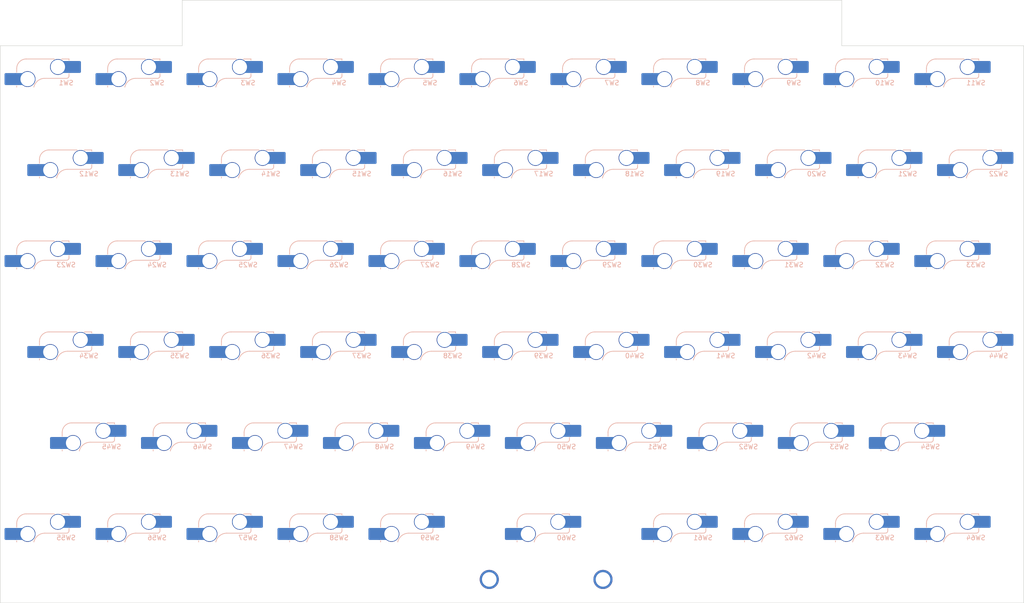
<source format=kicad_pcb>
(kicad_pcb (version 20211014) (generator pcbnew)
  (layers (0 "F.Cu" signal) (31 "B.Cu" signal) (34 "B.Paste" user) (35 "F.Paste" user) (36 "B.SilkS" user "B.Silkscreen") (37 "F.SilkS" user "F.Silkscreen") (38 "B.Mask" user) (39 "F.Mask" user) (44 "Edge.Cuts" user))
  (net 0 "")
  (footprint "marbastlib-mx:STAB_MX_P_2u" (layer "F.Cu") (at 438.15 142.875 180)
    (fp_text reference "S1" hide)
    (fp_text value "MX_stab")
    (pad "" thru_hole circle (at -11.90625 -6.985 180) (size 4 4) (drill 3.048) (layers *.Cu "B.Mask"))
    (pad "" np_thru_hole circle (at -11.90625 8.255 180) (size 3.9878 3.9878) (drill 3.9878) (layers *.Cu *.Mask))
    (pad "" thru_hole circle (at 11.90625 -6.985 180) (size 4 4) (drill 3.048) (layers *.Cu "B.Mask"))
    (pad "" np_thru_hole circle (at 11.90625 8.255 180) (size 3.9878 3.9878) (drill 3.9878) (layers *.Cu *.Mask))
  )
  (footprint "marbastlib-mx:SW_MX_HS_1u" (layer "B.Cu") (at 376.2375 104.775 180)
    (fp_text reference "SW36" (at -4.25 1.75) (layer "B.SilkS") (effects (justify mirror)))
    (fp_text value "MX_SW_HS" hide)
    (pad "" np_thru_hole circle (at 0 0 180) (size 3.9878 3.9878) (drill 3.9878) (layers *.Cu *.Mask))
    (pad "" np_thru_hole circle (at -5.08 0 180) (size 1.75 1.75) (drill 1.75) (layers *.Cu *.Mask))
    (pad "" np_thru_hole circle (at 5.08 0 180) (size 1.75 1.75) (drill 1.75) (layers *.Cu *.Mask))
    (pad "1" smd roundrect (at 7.36 2.54 180) (size 2.55 2.5) (layers "B.Cu" "B.Paste" "B.Mask") (roundrect_rratio 0.1))
    (pad "1" smd rect (at 5.635 2.54) (size 1.65 2.5) (layers "B.Cu"))
    (pad "1" thru_hole circle (at 3.81 2.54 180) (size 3.3 3.3) (drill 3) (layers *.Cu *.Mask))
    (pad "2" smd roundrect (at -6.09 5.08 180) (size 2.55 2.5) (layers "B.Cu" "B.Paste" "B.Mask") (roundrect_rratio 0.1))
    (pad "2" smd rect (at -4.34 5.08 180) (size 1.65 2.5) (layers "B.Cu"))
    (pad "2" thru_hole circle (at -2.54 5.08 180) (size 3.3 3.3) (drill 3) (layers *.Cu *.Mask))
  )
  (footprint "marbastlib-mx:SW_MX_HS_1u" (layer "B.Cu") (at 509.5875 104.775 180)
    (fp_text reference "SW43" (at -4.25 1.75) (layer "B.SilkS") (effects (justify mirror)))
    (fp_text value "MX_SW_HS" hide)
    (pad "" np_thru_hole circle (at -5.08 0 180) (size 1.75 1.75) (drill 1.75) (layers *.Cu *.Mask))
    (pad "" np_thru_hole circle (at 5.08 0 180) (size 1.75 1.75) (drill 1.75) (layers *.Cu *.Mask))
    (pad "" np_thru_hole circle (at 0 0 180) (size 3.9878 3.9878) (drill 3.9878) (layers *.Cu *.Mask))
    (pad "1" smd roundrect (at 7.36 2.54 180) (size 2.55 2.5) (layers "B.Cu" "B.Paste" "B.Mask") (roundrect_rratio 0.1))
    (pad "1" thru_hole circle (at 3.81 2.54 180) (size 3.3 3.3) (drill 3) (layers *.Cu *.Mask))
    (pad "1" smd rect (at 5.635 2.54) (size 1.65 2.5) (layers "B.Cu"))
    (pad "2" smd rect (at -4.34 5.08 180) (size 1.65 2.5) (layers "B.Cu"))
    (pad "2" smd roundrect (at -6.09 5.08 180) (size 2.55 2.5) (layers "B.Cu" "B.Paste" "B.Mask") (roundrect_rratio 0.1))
    (pad "2" thru_hole circle (at -2.54 5.08 180) (size 3.3 3.3) (drill 3) (layers *.Cu *.Mask))
  )
  (footprint "marbastlib-mx:SW_MX_HS_1u" (layer "B.Cu") (at 414.3375 66.675 180)
    (fp_text reference "SW16" (at -4.25 1.75) (layer "B.SilkS") (effects (justify mirror)))
    (fp_text value "MX_SW_HS" hide)
    (pad "" np_thru_hole circle (at 5.08 0 180) (size 1.75 1.75) (drill 1.75) (layers *.Cu *.Mask))
    (pad "" np_thru_hole circle (at -5.08 0 180) (size 1.75 1.75) (drill 1.75) (layers *.Cu *.Mask))
    (pad "" np_thru_hole circle (at 0 0 180) (size 3.9878 3.9878) (drill 3.9878) (layers *.Cu *.Mask))
    (pad "1" smd rect (at 5.635 2.54) (size 1.65 2.5) (layers "B.Cu"))
    (pad "1" smd roundrect (at 7.36 2.54 180) (size 2.55 2.5) (layers "B.Cu" "B.Paste" "B.Mask") (roundrect_rratio 0.1))
    (pad "1" thru_hole circle (at 3.81 2.54 180) (size 3.3 3.3) (drill 3) (layers *.Cu *.Mask))
    (pad "2" smd rect (at -4.34 5.08 180) (size 1.65 2.5) (layers "B.Cu"))
    (pad "2" smd roundrect (at -6.09 5.08 180) (size 2.55 2.5) (layers "B.Cu" "B.Paste" "B.Mask") (roundrect_rratio 0.1))
    (pad "2" thru_hole circle (at -2.54 5.08 180) (size 3.3 3.3) (drill 3) (layers *.Cu *.Mask))
  )
  (footprint "marbastlib-mx:SW_MX_HS_1u" (layer "B.Cu") (at 485.775 142.875 180)
    (fp_text reference "SW62" (at -4.25 1.75) (layer "B.SilkS") (effects (justify mirror)))
    (fp_text value "MX_SW_HS" hide)
    (pad "" np_thru_hole circle (at 5.08 0 180) (size 1.75 1.75) (drill 1.75) (layers *.Cu *.Mask))
    (pad "" np_thru_hole circle (at 0 0 180) (size 3.9878 3.9878) (drill 3.9878) (layers *.Cu *.Mask))
    (pad "" np_thru_hole circle (at -5.08 0 180) (size 1.75 1.75) (drill 1.75) (layers *.Cu *.Mask))
    (pad "1" smd roundrect (at 7.36 2.54 180) (size 2.55 2.5) (layers "B.Cu" "B.Paste" "B.Mask") (roundrect_rratio 0.1))
    (pad "1" smd rect (at 5.635 2.54) (size 1.65 2.5) (layers "B.Cu"))
    (pad "1" thru_hole circle (at 3.81 2.54 180) (size 3.3 3.3) (drill 3) (layers *.Cu *.Mask))
    (pad "2" thru_hole circle (at -2.54 5.08 180) (size 3.3 3.3) (drill 3) (layers *.Cu *.Mask))
    (pad "2" smd roundrect (at -6.09 5.08 180) (size 2.55 2.5) (layers "B.Cu" "B.Paste" "B.Mask") (roundrect_rratio 0.1))
    (pad "2" smd rect (at -4.34 5.08 180) (size 1.65 2.5) (layers "B.Cu"))
  )
  (footprint "marbastlib-mx:SW_MX_HS_1u" (layer "B.Cu") (at 395.2875 104.775 180)
    (fp_text reference "SW37" (at -4.25 1.75) (layer "B.SilkS") (effects (justify mirror)))
    (fp_text value "MX_SW_HS" hide)
    (pad "" np_thru_hole circle (at -5.08 0 180) (size 1.75 1.75) (drill 1.75) (layers *.Cu *.Mask))
    (pad "" np_thru_hole circle (at 0 0 180) (size 3.9878 3.9878) (drill 3.9878) (layers *.Cu *.Mask))
    (pad "" np_thru_hole circle (at 5.08 0 180) (size 1.75 1.75) (drill 1.75) (layers *.Cu *.Mask))
    (pad "1" thru_hole circle (at 3.81 2.54 180) (size 3.3 3.3) (drill 3) (layers *.Cu *.Mask))
    (pad "1" smd roundrect (at 7.36 2.54 180) (size 2.55 2.5) (layers "B.Cu" "B.Paste" "B.Mask") (roundrect_rratio 0.1))
    (pad "1" smd rect (at 5.635 2.54) (size 1.65 2.5) (layers "B.Cu"))
    (pad "2" smd roundrect (at -6.09 5.08 180) (size 2.55 2.5) (layers "B.Cu" "B.Paste" "B.Mask") (roundrect_rratio 0.1))
    (pad "2" smd rect (at -4.34 5.08 180) (size 1.65 2.5) (layers "B.Cu"))
    (pad "2" thru_hole circle (at -2.54 5.08 180) (size 3.3 3.3) (drill 3) (layers *.Cu *.Mask))
  )
  (footprint "marbastlib-mx:SW_MX_HS_1u" (layer "B.Cu") (at 409.575 85.725 180)
    (fp_text reference "SW27" (at -4.25 1.75) (layer "B.SilkS") (effects (justify mirror)))
    (fp_text value "MX_SW_HS" hide)
    (pad "" np_thru_hole circle (at 0 0 180) (size 3.9878 3.9878) (drill 3.9878) (layers *.Cu *.Mask))
    (pad "" np_thru_hole circle (at -5.08 0 180) (size 1.75 1.75) (drill 1.75) (layers *.Cu *.Mask))
    (pad "" np_thru_hole circle (at 5.08 0 180) (size 1.75 1.75) (drill 1.75) (layers *.Cu *.Mask))
    (pad "1" thru_hole circle (at 3.81 2.54 180) (size 3.3 3.3) (drill 3) (layers *.Cu *.Mask))
    (pad "1" smd roundrect (at 7.36 2.54 180) (size 2.55 2.5) (layers "B.Cu" "B.Paste" "B.Mask") (roundrect_rratio 0.1))
    (pad "1" smd rect (at 5.635 2.54) (size 1.65 2.5) (layers "B.Cu"))
    (pad "2" smd roundrect (at -6.09 5.08 180) (size 2.55 2.5) (layers "B.Cu" "B.Paste" "B.Mask") (roundrect_rratio 0.1))
    (pad "2" thru_hole circle (at -2.54 5.08 180) (size 3.3 3.3) (drill 3) (layers *.Cu *.Mask))
    (pad "2" smd rect (at -4.34 5.08 180) (size 1.65 2.5) (layers "B.Cu"))
  )
  (footprint "marbastlib-mx:SW_MX_HS_1u" (layer "B.Cu") (at 523.875 142.875 180)
    (fp_text reference "SW64" (at -4.25 1.75) (layer "B.SilkS") (effects (justify mirror)))
    (fp_text value "MX_SW_HS" hide)
    (pad "" np_thru_hole circle (at -5.08 0 180) (size 1.75 1.75) (drill 1.75) (layers *.Cu *.Mask))
    (pad "" np_thru_hole circle (at 0 0 180) (size 3.9878 3.9878) (drill 3.9878) (layers *.Cu *.Mask))
    (pad "" np_thru_hole circle (at 5.08 0 180) (size 1.75 1.75) (drill 1.75) (layers *.Cu *.Mask))
    (pad "1" smd rect (at 5.635 2.54) (size 1.65 2.5) (layers "B.Cu"))
    (pad "1" smd roundrect (at 7.36 2.54 180) (size 2.55 2.5) (layers "B.Cu" "B.Paste" "B.Mask") (roundrect_rratio 0.1))
    (pad "1" thru_hole circle (at 3.81 2.54 180) (size 3.3 3.3) (drill 3) (layers *.Cu *.Mask))
    (pad "2" smd rect (at -4.34 5.08 180) (size 1.65 2.5) (layers "B.Cu"))
    (pad "2" thru_hole circle (at -2.54 5.08 180) (size 3.3 3.3) (drill 3) (layers *.Cu *.Mask))
    (pad "2" smd roundrect (at -6.09 5.08 180) (size 2.55 2.5) (layers "B.Cu" "B.Paste" "B.Mask") (roundrect_rratio 0.1))
  )
  (footprint "marbastlib-mx:SW_MX_HS_1u" (layer "B.Cu") (at 447.675 85.725 180)
    (fp_text reference "SW29" (at -4.25 1.75) (layer "B.SilkS") (effects (justify mirror)))
    (fp_text value "MX_SW_HS" hide)
    (pad "" np_thru_hole circle (at -5.08 0 180) (size 1.75 1.75) (drill 1.75) (layers *.Cu *.Mask))
    (pad "" np_thru_hole circle (at 0 0 180) (size 3.9878 3.9878) (drill 3.9878) (layers *.Cu *.Mask))
    (pad "" np_thru_hole circle (at 5.08 0 180) (size 1.75 1.75) (drill 1.75) (layers *.Cu *.Mask))
    (pad "1" smd rect (at 5.635 2.54) (size 1.65 2.5) (layers "B.Cu"))
    (pad "1" thru_hole circle (at 3.81 2.54 180) (size 3.3 3.3) (drill 3) (layers *.Cu *.Mask))
    (pad "1" smd roundrect (at 7.36 2.54 180) (size 2.55 2.5) (layers "B.Cu" "B.Paste" "B.Mask") (roundrect_rratio 0.1))
    (pad "2" smd rect (at -4.34 5.08 180) (size 1.65 2.5) (layers "B.Cu"))
    (pad "2" smd roundrect (at -6.09 5.08 180) (size 2.55 2.5) (layers "B.Cu" "B.Paste" "B.Mask") (roundrect_rratio 0.1))
    (pad "2" thru_hole circle (at -2.54 5.08 180) (size 3.3 3.3) (drill 3) (layers *.Cu *.Mask))
  )
  (footprint "marbastlib-mx:SW_MX_HS_1u" (layer "B.Cu") (at 381 123.825 180)
    (fp_text reference "SW47" (at -4.25 1.75) (layer "B.SilkS") (effects (justify mirror)))
    (fp_text value "MX_SW_HS" hide)
    (pad "" np_thru_hole circle (at 0 0 180) (size 3.9878 3.9878) (drill 3.9878) (layers *.Cu *.Mask))
    (pad "" np_thru_hole circle (at 5.08 0 180) (size 1.75 1.75) (drill 1.75) (layers *.Cu *.Mask))
    (pad "" np_thru_hole circle (at -5.08 0 180) (size 1.75 1.75) (drill 1.75) (layers *.Cu *.Mask))
    (pad "1" thru_hole circle (at 3.81 2.54 180) (size 3.3 3.3) (drill 3) (layers *.Cu *.Mask))
    (pad "1" smd roundrect (at 7.36 2.54 180) (size 2.55 2.5) (layers "B.Cu" "B.Paste" "B.Mask") (roundrect_rratio 0.1))
    (pad "1" smd rect (at 5.635 2.54) (size 1.65 2.5) (layers "B.Cu"))
    (pad "2" thru_hole circle (at -2.54 5.08 180) (size 3.3 3.3) (drill 3) (layers *.Cu *.Mask))
    (pad "2" smd roundrect (at -6.09 5.08 180) (size 2.55 2.5) (layers "B.Cu" "B.Paste" "B.Mask") (roundrect_rratio 0.1))
    (pad "2" smd rect (at -4.34 5.08 180) (size 1.65 2.5) (layers "B.Cu"))
  )
  (footprint "marbastlib-mx:SW_MX_HS_1u" (layer "B.Cu") (at 495.3 123.825 180)
    (fp_text reference "SW53" (at -4.25 1.75) (layer "B.SilkS") (effects (justify mirror)))
    (fp_text value "MX_SW_HS" hide)
    (pad "" np_thru_hole circle (at 0 0 180) (size 3.9878 3.9878) (drill 3.9878) (layers *.Cu *.Mask))
    (pad "" np_thru_hole circle (at -5.08 0 180) (size 1.75 1.75) (drill 1.75) (layers *.Cu *.Mask))
    (pad "" np_thru_hole circle (at 5.08 0 180) (size 1.75 1.75) (drill 1.75) (layers *.Cu *.Mask))
    (pad "1" thru_hole circle (at 3.81 2.54 180) (size 3.3 3.3) (drill 3) (layers *.Cu *.Mask))
    (pad "1" smd roundrect (at 7.36 2.54 180) (size 2.55 2.5) (layers "B.Cu" "B.Paste" "B.Mask") (roundrect_rratio 0.1))
    (pad "1" smd rect (at 5.635 2.54) (size 1.65 2.5) (layers "B.Cu"))
    (pad "2" thru_hole circle (at -2.54 5.08 180) (size 3.3 3.3) (drill 3) (layers *.Cu *.Mask))
    (pad "2" smd rect (at -4.34 5.08 180) (size 1.65 2.5) (layers "B.Cu"))
    (pad "2" smd roundrect (at -6.09 5.08 180) (size 2.55 2.5) (layers "B.Cu" "B.Paste" "B.Mask") (roundrect_rratio 0.1))
  )
  (footprint "marbastlib-mx:SW_MX_HS_1u" (layer "B.Cu") (at 528.6375 66.675 180)
    (fp_text reference "SW22" (at -4.25 1.75) (layer "B.SilkS") (effects (justify mirror)))
    (fp_text value "MX_SW_HS" hide)
    (pad "" np_thru_hole circle (at -5.08 0 180) (size 1.75 1.75) (drill 1.75) (layers *.Cu *.Mask))
    (pad "" np_thru_hole circle (at 5.08 0 180) (size 1.75 1.75) (drill 1.75) (layers *.Cu *.Mask))
    (pad "" np_thru_hole circle (at 0 0 180) (size 3.9878 3.9878) (drill 3.9878) (layers *.Cu *.Mask))
    (pad "1" smd roundrect (at 7.36 2.54 180) (size 2.55 2.5) (layers "B.Cu" "B.Paste" "B.Mask") (roundrect_rratio 0.1))
    (pad "1" thru_hole circle (at 3.81 2.54 180) (size 3.3 3.3) (drill 3) (layers *.Cu *.Mask))
    (pad "1" smd rect (at 5.635 2.54) (size 1.65 2.5) (layers "B.Cu"))
    (pad "2" smd rect (at -4.34 5.08 180) (size 1.65 2.5) (layers "B.Cu"))
    (pad "2" smd roundrect (at -6.09 5.08 180) (size 2.55 2.5) (layers "B.Cu" "B.Paste" "B.Mask") (roundrect_rratio 0.1))
    (pad "2" thru_hole circle (at -2.54 5.08 180) (size 3.3 3.3) (drill 3) (layers *.Cu *.Mask))
  )
  (footprint "marbastlib-mx:SW_MX_HS_1u" (layer "B.Cu") (at 466.725 85.725 180)
    (fp_text reference "SW30" (at -4.25 1.75) (layer "B.SilkS") (effects (justify mirror)))
    (fp_text value "MX_SW_HS" hide)
    (pad "" np_thru_hole circle (at -5.08 0 180) (size 1.75 1.75) (drill 1.75) (layers *.Cu *.Mask))
    (pad "" np_thru_hole circle (at 5.08 0 180) (size 1.75 1.75) (drill 1.75) (layers *.Cu *.Mask))
    (pad "" np_thru_hole circle (at 0 0 180) (size 3.9878 3.9878) (drill 3.9878) (layers *.Cu *.Mask))
    (pad "1" thru_hole circle (at 3.81 2.54 180) (size 3.3 3.3) (drill 3) (layers *.Cu *.Mask))
    (pad "1" smd roundrect (at 7.36 2.54 180) (size 2.55 2.5) (layers "B.Cu" "B.Paste" "B.Mask") (roundrect_rratio 0.1))
    (pad "1" smd rect (at 5.635 2.54) (size 1.65 2.5) (layers "B.Cu"))
    (pad "2" smd rect (at -4.34 5.08 180) (size 1.65 2.5) (layers "B.Cu"))
    (pad "2" smd roundrect (at -6.09 5.08 180) (size 2.55 2.5) (layers "B.Cu" "B.Paste" "B.Mask") (roundrect_rratio 0.1))
    (pad "2" thru_hole circle (at -2.54 5.08 180) (size 3.3 3.3) (drill 3) (layers *.Cu *.Mask))
  )
  (footprint "marbastlib-mx:SW_MX_HS_1u" (layer "B.Cu") (at 371.475 85.725 180)
    (fp_text reference "SW25" (at -4.25 1.75) (layer "B.SilkS") (effects (justify mirror)))
    (fp_text value "MX_SW_HS" hide)
    (pad "" np_thru_hole circle (at -5.08 0 180) (size 1.75 1.75) (drill 1.75) (layers *.Cu *.Mask))
    (pad "" np_thru_hole circle (at 0 0 180) (size 3.9878 3.9878) (drill 3.9878) (layers *.Cu *.Mask))
    (pad "" np_thru_hole circle (at 5.08 0 180) (size 1.75 1.75) (drill 1.75) (layers *.Cu *.Mask))
    (pad "1" smd rect (at 5.635 2.54) (size 1.65 2.5) (layers "B.Cu"))
    (pad "1" thru_hole circle (at 3.81 2.54 180) (size 3.3 3.3) (drill 3) (layers *.Cu *.Mask))
    (pad "1" smd roundrect (at 7.36 2.54 180) (size 2.55 2.5) (layers "B.Cu" "B.Paste" "B.Mask") (roundrect_rratio 0.1))
    (pad "2" smd roundrect (at -6.09 5.08 180) (size 2.55 2.5) (layers "B.Cu" "B.Paste" "B.Mask") (roundrect_rratio 0.1))
    (pad "2" smd rect (at -4.34 5.08 180) (size 1.65 2.5) (layers "B.Cu"))
    (pad "2" thru_hole circle (at -2.54 5.08 180) (size 3.3 3.3) (drill 3) (layers *.Cu *.Mask))
  )
  (footprint "marbastlib-mx:SW_MX_HS_1u" (layer "B.Cu") (at 490.5375 104.775 180)
    (fp_text reference "SW42" (at -4.25 1.75) (layer "B.SilkS") (effects (justify mirror)))
    (fp_text value "MX_SW_HS" hide)
    (pad "" np_thru_hole circle (at 5.08 0 180) (size 1.75 1.75) (drill 1.75) (layers *.Cu *.Mask))
    (pad "" np_thru_hole circle (at 0 0 180) (size 3.9878 3.9878) (drill 3.9878) (layers *.Cu *.Mask))
    (pad "" np_thru_hole circle (at -5.08 0 180) (size 1.75 1.75) (drill 1.75) (layers *.Cu *.Mask))
    (pad "1" smd rect (at 5.635 2.54) (size 1.65 2.5) (layers "B.Cu"))
    (pad "1" thru_hole circle (at 3.81 2.54 180) (size 3.3 3.3) (drill 3) (layers *.Cu *.Mask))
    (pad "1" smd roundrect (at 7.36 2.54 180) (size 2.55 2.5) (layers "B.Cu" "B.Paste" "B.Mask") (roundrect_rratio 0.1))
    (pad "2" smd roundrect (at -6.09 5.08 180) (size 2.55 2.5) (layers "B.Cu" "B.Paste" "B.Mask") (roundrect_rratio 0.1))
    (pad "2" thru_hole circle (at -2.54 5.08 180) (size 3.3 3.3) (drill 3) (layers *.Cu *.Mask))
    (pad "2" smd rect (at -4.34 5.08 180) (size 1.65 2.5) (layers "B.Cu"))
  )
  (footprint "marbastlib-mx:SW_MX_HS_1u" (layer "B.Cu") (at 485.775 85.725 180)
    (fp_text reference "SW31" (at -4.25 1.75) (layer "B.SilkS") (effects (justify mirror)))
    (fp_text value "MX_SW_HS" hide)
    (pad "" np_thru_hole circle (at 0 0 180) (size 3.9878 3.9878) (drill 3.9878) (layers *.Cu *.Mask))
    (pad "" np_thru_hole circle (at 5.08 0 180) (size 1.75 1.75) (drill 1.75) (layers *.Cu *.Mask))
    (pad "" np_thru_hole circle (at -5.08 0 180) (size 1.75 1.75) (drill 1.75) (layers *.Cu *.Mask))
    (pad "1" smd rect (at 5.635 2.54) (size 1.65 2.5) (layers "B.Cu"))
    (pad "1" thru_hole circle (at 3.81 2.54 180) (size 3.3 3.3) (drill 3) (layers *.Cu *.Mask))
    (pad "1" smd roundrect (at 7.36 2.54 180) (size 2.55 2.5) (layers "B.Cu" "B.Paste" "B.Mask") (roundrect_rratio 0.1))
    (pad "2" smd rect (at -4.34 5.08 180) (size 1.65 2.5) (layers "B.Cu"))
    (pad "2" thru_hole circle (at -2.54 5.08 180) (size 3.3 3.3) (drill 3) (layers *.Cu *.Mask))
    (pad "2" smd roundrect (at -6.09 5.08 180) (size 2.55 2.5) (layers "B.Cu" "B.Paste" "B.Mask") (roundrect_rratio 0.1))
  )
  (footprint "marbastlib-mx:SW_MX_HS_1u" (layer "B.Cu") (at 419.1 123.825 180)
    (fp_text reference "SW49" (at -4.25 1.75) (layer "B.SilkS") (effects (justify mirror)))
    (fp_text value "MX_SW_HS" hide)
    (pad "" np_thru_hole circle (at 5.08 0 180) (size 1.75 1.75) (drill 1.75) (layers *.Cu *.Mask))
    (pad "" np_thru_hole circle (at -5.08 0 180) (size 1.75 1.75) (drill 1.75) (layers *.Cu *.Mask))
    (pad "" np_thru_hole circle (at 0 0 180) (size 3.9878 3.9878) (drill 3.9878) (layers *.Cu *.Mask))
    (pad "1" thru_hole circle (at 3.81 2.54 180) (size 3.3 3.3) (drill 3) (layers *.Cu *.Mask))
    (pad "1" smd roundrect (at 7.36 2.54 180) (size 2.55 2.5) (layers "B.Cu" "B.Paste" "B.Mask") (roundrect_rratio 0.1))
    (pad "1" smd rect (at 5.635 2.54) (size 1.65 2.5) (layers "B.Cu"))
    (pad "2" thru_hole circle (at -2.54 5.08 180) (size 3.3 3.3) (drill 3) (layers *.Cu *.Mask))
    (pad "2" smd roundrect (at -6.09 5.08 180) (size 2.55 2.5) (layers "B.Cu" "B.Paste" "B.Mask") (roundrect_rratio 0.1))
    (pad "2" smd rect (at -4.34 5.08 180) (size 1.65 2.5) (layers "B.Cu"))
  )
  (footprint "marbastlib-mx:SW_MX_HS_1u" (layer "B.Cu") (at 414.3375 104.775 180)
    (fp_text reference "SW38" (at -4.25 1.75) (layer "B.SilkS") (effects (justify mirror)))
    (fp_text value "MX_SW_HS" hide)
    (pad "" np_thru_hole circle (at 5.08 0 180) (size 1.75 1.75) (drill 1.75) (layers *.Cu *.Mask))
    (pad "" np_thru_hole circle (at 0 0 180) (size 3.9878 3.9878) (drill 3.9878) (layers *.Cu *.Mask))
    (pad "" np_thru_hole circle (at -5.08 0 180) (size 1.75 1.75) (drill 1.75) (layers *.Cu *.Mask))
    (pad "1" smd rect (at 5.635 2.54) (size 1.65 2.5) (layers "B.Cu"))
    (pad "1" smd roundrect (at 7.36 2.54 180) (size 2.55 2.5) (layers "B.Cu" "B.Paste" "B.Mask") (roundrect_rratio 0.1))
    (pad "1" thru_hole circle (at 3.81 2.54 180) (size 3.3 3.3) (drill 3) (layers *.Cu *.Mask))
    (pad "2" smd rect (at -4.34 5.08 180) (size 1.65 2.5) (layers "B.Cu"))
    (pad "2" smd roundrect (at -6.09 5.08 180) (size 2.55 2.5) (layers "B.Cu" "B.Paste" "B.Mask") (roundrect_rratio 0.1))
    (pad "2" thru_hole circle (at -2.54 5.08 180) (size 3.3 3.3) (drill 3) (layers *.Cu *.Mask))
  )
  (footprint "marbastlib-mx:SW_MX_HS_1u" (layer "B.Cu") (at 466.725 142.875 180)
    (fp_text reference "SW61" (at -4.25 1.75) (layer "B.SilkS") (effects (justify mirror)))
    (fp_text value "MX_SW_HS" hide)
    (pad "" np_thru_hole circle (at 0 0 180) (size 3.9878 3.9878) (drill 3.9878) (layers *.Cu *.Mask))
    (pad "" np_thru_hole circle (at -5.08 0 180) (size 1.75 1.75) (drill 1.75) (layers *.Cu *.Mask))
    (pad "" np_thru_hole circle (at 5.08 0 180) (size 1.75 1.75) (drill 1.75) (layers *.Cu *.Mask))
    (pad "1" smd rect (at 5.635 2.54) (size 1.65 2.5) (layers "B.Cu"))
    (pad "1" thru_hole circle (at 3.81 2.54 180) (size 3.3 3.3) (drill 3) (layers *.Cu *.Mask))
    (pad "1" smd roundrect (at 7.36 2.54 180) (size 2.55 2.5) (layers "B.Cu" "B.Paste" "B.Mask") (roundrect_rratio 0.1))
    (pad "2" smd roundrect (at -6.09 5.08 180) (size 2.55 2.5) (layers "B.Cu" "B.Paste" "B.Mask") (roundrect_rratio 0.1))
    (pad "2" thru_hole circle (at -2.54 5.08 180) (size 3.3 3.3) (drill 3) (layers *.Cu *.Mask))
    (pad "2" smd rect (at -4.34 5.08 180) (size 1.65 2.5) (layers "B.Cu"))
  )
  (footprint "marbastlib-mx:SW_MX_HS_1u" (layer "B.Cu") (at 485.775 47.625 180)
    (fp_text reference "SW9" (at -4.25 1.75) (layer "B.SilkS") (effects (justify mirror)))
    (fp_text value "MX_SW_HS" hide)
    (pad "" np_thru_hole circle (at 0 0 180) (size 3.9878 3.9878) (drill 3.9878) (layers *.Cu *.Mask))
    (pad "" np_thru_hole circle (at -5.08 0 180) (size 1.75 1.75) (drill 1.75) (layers *.Cu *.Mask))
    (pad "" np_thru_hole circle (at 5.08 0 180) (size 1.75 1.75) (drill 1.75) (layers *.Cu *.Mask))
    (pad "1" smd roundrect (at 7.36 2.54 180) (size 2.55 2.5) (layers "B.Cu" "B.Paste" "B.Mask") (roundrect_rratio 0.1))
    (pad "1" smd rect (at 5.635 2.54) (size 1.65 2.5) (layers "B.Cu"))
    (pad "1" thru_hole circle (at 3.81 2.54 180) (size 3.3 3.3) (drill 3) (layers *.Cu *.Mask))
    (pad "2" smd rect (at -4.34 5.08 180) (size 1.65 2.5) (layers "B.Cu"))
    (pad "2" smd roundrect (at -6.09 5.08 180) (size 2.55 2.5) (layers "B.Cu" "B.Paste" "B.Mask") (roundrect_rratio 0.1))
    (pad "2" thru_hole circle (at -2.54 5.08 180) (size 3.3 3.3) (drill 3) (layers *.Cu *.Mask))
  )
  (footprint "marbastlib-mx:SW_MX_HS_1u" (layer "B.Cu") (at 400.05 123.825 180)
    (fp_text reference "SW48" (at -4.25 1.75) (layer "B.SilkS") (effects (justify mirror)))
    (fp_text value "MX_SW_HS" hide)
    (pad "" np_thru_hole circle (at -5.08 0 180) (size 1.75 1.75) (drill 1.75) (layers *.Cu *.Mask))
    (pad "" np_thru_hole circle (at 0 0 180) (size 3.9878 3.9878) (drill 3.9878) (layers *.Cu *.Mask))
    (pad "" np_thru_hole circle (at 5.08 0 180) (size 1.75 1.75) (drill 1.75) (layers *.Cu *.Mask))
    (pad "1" thru_hole circle (at 3.81 2.54 180) (size 3.3 3.3) (drill 3) (layers *.Cu *.Mask))
    (pad "1" smd rect (at 5.635 2.54) (size 1.65 2.5) (layers "B.Cu"))
    (pad "1" smd roundrect (at 7.36 2.54 180) (size 2.55 2.5) (layers "B.Cu" "B.Paste" "B.Mask") (roundrect_rratio 0.1))
    (pad "2" smd roundrect (at -6.09 5.08 180) (size 2.55 2.5) (layers "B.Cu" "B.Paste" "B.Mask") (roundrect_rratio 0.1))
    (pad "2" smd rect (at -4.34 5.08 180) (size 1.65 2.5) (layers "B.Cu"))
    (pad "2" thru_hole circle (at -2.54 5.08 180) (size 3.3 3.3) (drill 3) (layers *.Cu *.Mask))
  )
  (footprint "marbastlib-mx:SW_MX_HS_1u" (layer "B.Cu") (at 390.525 142.875 180)
    (fp_text reference "SW58" (at -4.25 1.75) (layer "B.SilkS") (effects (justify mirror)))
    (fp_text value "MX_SW_HS" hide)
    (pad "" np_thru_hole circle (at 5.08 0 180) (size 1.75 1.75) (drill 1.75) (layers *.Cu *.Mask))
    (pad "" np_thru_hole circle (at -5.08 0 180) (size 1.75 1.75) (drill 1.75) (layers *.Cu *.Mask))
    (pad "" np_thru_hole circle (at 0 0 180) (size 3.9878 3.9878) (drill 3.9878) (layers *.Cu *.Mask))
    (pad "1" smd roundrect (at 7.36 2.54 180) (size 2.55 2.5) (layers "B.Cu" "B.Paste" "B.Mask") (roundrect_rratio 0.1))
    (pad "1" thru_hole circle (at 3.81 2.54 180) (size 3.3 3.3) (drill 3) (layers *.Cu *.Mask))
    (pad "1" smd rect (at 5.635 2.54) (size 1.65 2.5) (layers "B.Cu"))
    (pad "2" smd roundrect (at -6.09 5.08 180) (size 2.55 2.5) (layers "B.Cu" "B.Paste" "B.Mask") (roundrect_rratio 0.1))
    (pad "2" thru_hole circle (at -2.54 5.08 180) (size 3.3 3.3) (drill 3) (layers *.Cu *.Mask))
    (pad "2" smd rect (at -4.34 5.08 180) (size 1.65 2.5) (layers "B.Cu"))
  )
  (footprint "marbastlib-mx:SW_MX_HS_1u" (layer "B.Cu") (at 523.875 47.625 180)
    (fp_text reference "SW11" (at -4.25 1.75) (layer "B.SilkS") (effects (justify mirror)))
    (fp_text value "MX_SW_HS" hide)
    (pad "" np_thru_hole circle (at -5.08 0 180) (size 1.75 1.75) (drill 1.75) (layers *.Cu *.Mask))
    (pad "" np_thru_hole circle (at 0 0 180) (size 3.9878 3.9878) (drill 3.9878) (layers *.Cu *.Mask))
    (pad "" np_thru_hole circle (at 5.08 0 180) (size 1.75 1.75) (drill 1.75) (layers *.Cu *.Mask))
    (pad "1" thru_hole circle (at 3.81 2.54 180) (size 3.3 3.3) (drill 3) (layers *.Cu *.Mask))
    (pad "1" smd rect (at 5.635 2.54) (size 1.65 2.5) (layers "B.Cu"))
    (pad "1" smd roundrect (at 7.36 2.54 180) (size 2.55 2.5) (layers "B.Cu" "B.Paste" "B.Mask") (roundrect_rratio 0.1))
    (pad "2" thru_hole circle (at -2.54 5.08 180) (size 3.3 3.3) (drill 3) (layers *.Cu *.Mask))
    (pad "2" smd rect (at -4.34 5.08 180) (size 1.65 2.5) (layers "B.Cu"))
    (pad "2" smd roundrect (at -6.09 5.08 180) (size 2.55 2.5) (layers "B.Cu" "B.Paste" "B.Mask") (roundrect_rratio 0.1))
  )
  (footprint "marbastlib-mx:SW_MX_HS_1u" (layer "B.Cu") (at 395.2875 66.675 180)
    (fp_text reference "SW15" (at -4.25 1.75) (layer "B.SilkS") (effects (justify mirror)))
    (fp_text value "MX_SW_HS" hide)
    (pad "" np_thru_hole circle (at 0 0 180) (size 3.9878 3.9878) (drill 3.9878) (layers *.Cu *.Mask))
    (pad "" np_thru_hole circle (at 5.08 0 180) (size 1.75 1.75) (drill 1.75) (layers *.Cu *.Mask))
    (pad "" np_thru_hole circle (at -5.08 0 180) (size 1.75 1.75) (drill 1.75) (layers *.Cu *.Mask))
    (pad "1" smd rect (at 5.635 2.54) (size 1.65 2.5) (layers "B.Cu"))
    (pad "1" thru_hole circle (at 3.81 2.54 180) (size 3.3 3.3) (drill 3) (layers *.Cu *.Mask))
    (pad "1" smd roundrect (at 7.36 2.54 180) (size 2.55 2.5) (layers "B.Cu" "B.Paste" "B.Mask") (roundrect_rratio 0.1))
    (pad "2" smd roundrect (at -6.09 5.08 180) (size 2.55 2.5) (layers "B.Cu" "B.Paste" "B.Mask") (roundrect_rratio 0.1))
    (pad "2" smd rect (at -4.34 5.08 180) (size 1.65 2.5) (layers "B.Cu"))
    (pad "2" thru_hole circle (at -2.54 5.08 180) (size 3.3 3.3) (drill 3) (layers *.Cu *.Mask))
  )
  (footprint "marbastlib-mx:SW_MX_HS_1u" (layer "B.Cu") (at 333.375 47.625 180)
    (fp_text reference "SW1" (at -4.25 1.75) (layer "B.SilkS") (effects (justify mirror)))
    (fp_text value "MX_SW_HS" hide)
    (pad "" np_thru_hole circle (at -5.08 0 180) (size 1.75 1.75) (drill 1.75) (layers *.Cu *.Mask))
    (pad "" np_thru_hole circle (at 5.08 0 180) (size 1.75 1.75) (drill 1.75) (layers *.Cu *.Mask))
    (pad "" np_thru_hole circle (at 0 0 180) (size 3.9878 3.9878) (drill 3.9878) (layers *.Cu *.Mask))
    (pad "1" smd roundrect (at 7.36 2.54 180) (size 2.55 2.5) (layers "B.Cu" "B.Paste" "B.Mask") (roundrect_rratio 0.1))
    (pad "1" thru_hole circle (at 3.81 2.54 180) (size 3.3 3.3) (drill 3) (layers *.Cu *.Mask))
    (pad "1" smd rect (at 5.635 2.54) (size 1.65 2.5) (layers "B.Cu"))
    (pad "2" thru_hole circle (at -2.54 5.08 180) (size 3.3 3.3) (drill 3) (layers *.Cu *.Mask))
    (pad "2" smd rect (at -4.34 5.08 180) (size 1.65 2.5) (layers "B.Cu"))
    (pad "2" smd roundrect (at -6.09 5.08 180) (size 2.55 2.5) (layers "B.Cu" "B.Paste" "B.Mask") (roundrect_rratio 0.1))
  )
  (footprint "marbastlib-mx:SW_MX_HS_1u" (layer "B.Cu") (at 433.3875 104.775 180)
    (fp_text reference "SW39" (at -4.25 1.75) (layer "B.SilkS") (effects (justify mirror)))
    (fp_text value "MX_SW_HS" hide)
    (pad "" np_thru_hole circle (at 5.08 0 180) (size 1.75 1.75) (drill 1.75) (layers *.Cu *.Mask))
    (pad "" np_thru_hole circle (at 0 0 180) (size 3.9878 3.9878) (drill 3.9878) (layers *.Cu *.Mask))
    (pad "" np_thru_hole circle (at -5.08 0 180) (size 1.75 1.75) (drill 1.75) (layers *.Cu *.Mask))
    (pad "1" thru_hole circle (at 3.81 2.54 180) (size 3.3 3.3) (drill 3) (layers *.Cu *.Mask))
    (pad "1" smd rect (at 5.635 2.54) (size 1.65 2.5) (layers "B.Cu"))
    (pad "1" smd roundrect (at 7.36 2.54 180) (size 2.55 2.5) (layers "B.Cu" "B.Paste" "B.Mask") (roundrect_rratio 0.1))
    (pad "2" smd roundrect (at -6.09 5.08 180) (size 2.55 2.5) (layers "B.Cu" "B.Paste" "B.Mask") (roundrect_rratio 0.1))
    (pad "2" smd rect (at -4.34 5.08 180) (size 1.65 2.5) (layers "B.Cu"))
    (pad "2" thru_hole circle (at -2.54 5.08 180) (size 3.3 3.3) (drill 3) (layers *.Cu *.Mask))
  )
  (footprint "marbastlib-mx:SW_MX_HS_1u" (layer "B.Cu") (at 504.825 47.625 180)
    (fp_text reference "SW10" (at -4.25 1.75) (layer "B.SilkS") (effects (justify mirror)))
    (fp_text value "MX_SW_HS" hide)
    (pad "" np_thru_hole circle (at 0 0 180) (size 3.9878 3.9878) (drill 3.9878) (layers *.Cu *.Mask))
    (pad "" np_thru_hole circle (at -5.08 0 180) (size 1.75 1.75) (drill 1.75) (layers *.Cu *.Mask))
    (pad "" np_thru_hole circle (at 5.08 0 180) (size 1.75 1.75) (drill 1.75) (layers *.Cu *.Mask))
    (pad "1" smd rect (at 5.635 2.54) (size 1.65 2.5) (layers "B.Cu"))
    (pad "1" thru_hole circle (at 3.81 2.54 180) (size 3.3 3.3) (drill 3) (layers *.Cu *.Mask))
    (pad "1" smd roundrect (at 7.36 2.54 180) (size 2.55 2.5) (layers "B.Cu" "B.Paste" "B.Mask") (roundrect_rratio 0.1))
    (pad "2" smd rect (at -4.34 5.08 180) (size 1.65 2.5) (layers "B.Cu"))
    (pad "2" thru_hole circle (at -2.54 5.08 180) (size 3.3 3.3) (drill 3) (layers *.Cu *.Mask))
    (pad "2" smd roundrect (at -6.09 5.08 180) (size 2.55 2.5) (layers "B.Cu" "B.Paste" "B.Mask") (roundrect_rratio 0.1))
  )
  (footprint "marbastlib-mx:SW_MX_HS_1u" (layer "B.Cu") (at 438.15 142.875 180)
    (fp_text reference "SW60" (at -4.25 1.75) (layer "B.SilkS") (effects (justify mirror)))
    (fp_text value "MX_SW_HS" hide)
    (pad "" np_thru_hole circle (at 0 0 180) (size 3.9878 3.9878) (drill 3.9878) (layers *.Cu *.Mask))
    (pad "" np_thru_hole circle (at 5.08 0 180) (size 1.75 1.75) (drill 1.75) (layers *.Cu *.Mask))
    (pad "" np_thru_hole circle (at -5.08 0 180) (size 1.75 1.75) (drill 1.75) (layers *.Cu *.Mask))
    (pad "1" smd roundrect (at 7.36 2.54 180) (size 2.55 2.5) (layers "B.Cu" "B.Paste" "B.Mask") (roundrect_rratio 0.1))
    (pad "1" smd rect (at 5.635 2.54) (size 1.65 2.5) (layers "B.Cu"))
    (pad "1" thru_hole circle (at 3.81 2.54 180) (size 3.3 3.3) (drill 3) (layers *.Cu *.Mask))
    (pad "2" thru_hole circle (at -2.54 5.08 180) (size 3.3 3.3) (drill 3) (layers *.Cu *.Mask))
    (pad "2" smd rect (at -4.34 5.08 180) (size 1.65 2.5) (layers "B.Cu"))
    (pad "2" smd roundrect (at -6.09 5.08 180) (size 2.55 2.5) (layers "B.Cu" "B.Paste" "B.Mask") (roundrect_rratio 0.1))
  )
  (footprint "marbastlib-mx:SW_MX_HS_1u" (layer "B.Cu") (at 371.475 142.875 180)
    (fp_text reference "SW57" (at -4.25 1.75) (layer "B.SilkS") (effects (justify mirror)))
    (fp_text value "MX_SW_HS" hide)
    (pad "" np_thru_hole circle (at -5.08 0 180) (size 1.75 1.75) (drill 1.75) (layers *.Cu *.Mask))
    (pad "" np_thru_hole circle (at 5.08 0 180) (size 1.75 1.75) (drill 1.75) (layers *.Cu *.Mask))
    (pad "" np_thru_hole circle (at 0 0 180) (size 3.9878 3.9878) (drill 3.9878) (layers *.Cu *.Mask))
    (pad "1" thru_hole circle (at 3.81 2.54 180) (size 3.3 3.3) (drill 3) (layers *.Cu *.Mask))
    (pad "1" smd rect (at 5.635 2.54) (size 1.65 2.5) (layers "B.Cu"))
    (pad "1" smd roundrect (at 7.36 2.54 180) (size 2.55 2.5) (layers "B.Cu" "B.Paste" "B.Mask") (roundrect_rratio 0.1))
    (pad "2" smd rect (at -4.34 5.08 180) (size 1.65 2.5) (layers "B.Cu"))
    (pad "2" smd roundrect (at -6.09 5.08 180) (size 2.55 2.5) (layers "B.Cu" "B.Paste" "B.Mask") (roundrect_rratio 0.1))
    (pad "2" thru_hole circle (at -2.54 5.08 180) (size 3.3 3.3) (drill 3) (layers *.Cu *.Mask))
  )
  (footprint "marbastlib-mx:SW_MX_HS_1u" (layer "B.Cu") (at 523.875 85.725 180)
    (fp_text reference "SW33" (at -4.25 1.75) (layer "B.SilkS") (effects (justify mirror)))
    (fp_text value "MX_SW_HS" hide)
    (pad "" np_thru_hole circle (at -5.08 0 180) (size 1.75 1.75) (drill 1.75) (layers *.Cu *.Mask))
    (pad "" np_thru_hole circle (at 5.08 0 180) (size 1.75 1.75) (drill 1.75) (layers *.Cu *.Mask))
    (pad "" np_thru_hole circle (at 0 0 180) (size 3.9878 3.9878) (drill 3.9878) (layers *.Cu *.Mask))
    (pad "1" thru_hole circle (at 3.81 2.54 180) (size 3.3 3.3) (drill 3) (layers *.Cu *.Mask))
    (pad "1" smd roundrect (at 7.36 2.54 180) (size 2.55 2.5) (layers "B.Cu" "B.Paste" "B.Mask") (roundrect_rratio 0.1))
    (pad "1" smd rect (at 5.635 2.54) (size 1.65 2.5) (layers "B.Cu"))
    (pad "2" smd roundrect (at -6.09 5.08 180) (size 2.55 2.5) (layers "B.Cu" "B.Paste" "B.Mask") (roundrect_rratio 0.1))
    (pad "2" smd rect (at -4.34 5.08 180) (size 1.65 2.5) (layers "B.Cu"))
    (pad "2" thru_hole circle (at -2.54 5.08 180) (size 3.3 3.3) (drill 3) (layers *.Cu *.Mask))
  )
  (footprint "marbastlib-mx:SW_MX_HS_1u" (layer "B.Cu") (at 447.675 47.625 180)
    (fp_text reference "SW7" (at -4.25 1.75) (layer "B.SilkS") (effects (justify mirror)))
    (fp_text value "MX_SW_HS" hide)
    (pad "" np_thru_hole circle (at 0 0 180) (size 3.9878 3.9878) (drill 3.9878) (layers *.Cu *.Mask))
    (pad "" np_thru_hole circle (at -5.08 0 180) (size 1.75 1.75) (drill 1.75) (layers *.Cu *.Mask))
    (pad "" np_thru_hole circle (at 5.08 0 180) (size 1.75 1.75) (drill 1.75) (layers *.Cu *.Mask))
    (pad "1" thru_hole circle (at 3.81 2.54 180) (size 3.3 3.3) (drill 3) (layers *.Cu *.Mask))
    (pad "1" smd roundrect (at 7.36 2.54 180) (size 2.55 2.5) (layers "B.Cu" "B.Paste" "B.Mask") (roundrect_rratio 0.1))
    (pad "1" smd rect (at 5.635 2.54) (size 1.65 2.5) (layers "B.Cu"))
    (pad "2" smd roundrect (at -6.09 5.08 180) (size 2.55 2.5) (layers "B.Cu" "B.Paste" "B.Mask") (roundrect_rratio 0.1))
    (pad "2" thru_hole circle (at -2.54 5.08 180) (size 3.3 3.3) (drill 3) (layers *.Cu *.Mask))
    (pad "2" smd rect (at -4.34 5.08 180) (size 1.65 2.5) (layers "B.Cu"))
  )
  (footprint "marbastlib-mx:SW_MX_HS_1u" (layer "B.Cu") (at 504.825 142.875 180)
    (fp_text reference "SW63" (at -4.25 1.75) (layer "B.SilkS") (effects (justify mirror)))
    (fp_text value "MX_SW_HS" hide)
    (pad "" np_thru_hole circle (at -5.08 0 180) (size 1.75 1.75) (drill 1.75) (layers *.Cu *.Mask))
    (pad "" np_thru_hole circle (at 5.08 0 180) (size 1.75 1.75) (drill 1.75) (layers *.Cu *.Mask))
    (pad "" np_thru_hole circle (at 0 0 180) (size 3.9878 3.9878) (drill 3.9878) (layers *.Cu *.Mask))
    (pad "1" smd roundrect (at 7.36 2.54 180) (size 2.55 2.5) (layers "B.Cu" "B.Paste" "B.Mask") (roundrect_rratio 0.1))
    (pad "1" smd rect (at 5.635 2.54) (size 1.65 2.5) (layers "B.Cu"))
    (pad "1" thru_hole circle (at 3.81 2.54 180) (size 3.3 3.3) (drill 3) (layers *.Cu *.Mask))
    (pad "2" smd roundrect (at -6.09 5.08 180) (size 2.55 2.5) (layers "B.Cu" "B.Paste" "B.Mask") (roundrect_rratio 0.1))
    (pad "2" smd rect (at -4.34 5.08 180) (size 1.65 2.5) (layers "B.Cu"))
    (pad "2" thru_hole circle (at -2.54 5.08 180) (size 3.3 3.3) (drill 3) (layers *.Cu *.Mask))
  )
  (footprint "marbastlib-mx:SW_MX_HS_1u" (layer "B.Cu") (at 476.25 123.825 180)
    (fp_text reference "SW52" (at -4.25 1.75) (layer "B.SilkS") (effects (justify mirror)))
    (fp_text value "MX_SW_HS" hide)
    (pad "" np_thru_hole circle (at -5.08 0 180) (size 1.75 1.75) (drill 1.75) (layers *.Cu *.Mask))
    (pad "" np_thru_hole circle (at 5.08 0 180) (size 1.75 1.75) (drill 1.75) (layers *.Cu *.Mask))
    (pad "" np_thru_hole circle (at 0 0 180) (size 3.9878 3.9878) (drill 3.9878) (layers *.Cu *.Mask))
    (pad "1" thru_hole circle (at 3.81 2.54 180) (size 3.3 3.3) (drill 3) (layers *.Cu *.Mask))
    (pad "1" smd roundrect (at 7.36 2.54 180) (size 2.55 2.5) (layers "B.Cu" "B.Paste" "B.Mask") (roundrect_rratio 0.1))
    (pad "1" smd rect (at 5.635 2.54) (size 1.65 2.5) (layers "B.Cu"))
    (pad "2" thru_hole circle (at -2.54 5.08 180) (size 3.3 3.3) (drill 3) (layers *.Cu *.Mask))
    (pad "2" smd rect (at -4.34 5.08 180) (size 1.65 2.5) (layers "B.Cu"))
    (pad "2" smd roundrect (at -6.09 5.08 180) (size 2.55 2.5) (layers "B.Cu" "B.Paste" "B.Mask") (roundrect_rratio 0.1))
  )
  (footprint "marbastlib-mx:SW_MX_HS_1u" (layer "B.Cu") (at 371.475 47.625 180)
    (fp_text reference "SW3" (at -4.25 1.75) (layer "B.SilkS") (effects (justify mirror)))
    (fp_text value "MX_SW_HS" hide)
    (pad "" np_thru_hole circle (at -5.08 0 180) (size 1.75 1.75) (drill 1.75) (layers *.Cu *.Mask))
    (pad "" np_thru_hole circle (at 5.08 0 180) (size 1.75 1.75) (drill 1.75) (layers *.Cu *.Mask))
    (pad "" np_thru_hole circle (at 0 0 180) (size 3.9878 3.9878) (drill 3.9878) (layers *.Cu *.Mask))
    (pad "1" smd rect (at 5.635 2.54) (size 1.65 2.5) (layers "B.Cu"))
    (pad "1" thru_hole circle (at 3.81 2.54 180) (size 3.3 3.3) (drill 3) (layers *.Cu *.Mask))
    (pad "1" smd roundrect (at 7.36 2.54 180) (size 2.55 2.5) (layers "B.Cu" "B.Paste" "B.Mask") (roundrect_rratio 0.1))
    (pad "2" smd roundrect (at -6.09 5.08 180) (size 2.55 2.5) (layers "B.Cu" "B.Paste" "B.Mask") (roundrect_rratio 0.1))
    (pad "2" smd rect (at -4.34 5.08 180) (size 1.65 2.5) (layers "B.Cu"))
    (pad "2" thru_hole circle (at -2.54 5.08 180) (size 3.3 3.3) (drill 3) (layers *.Cu *.Mask))
  )
  (footprint "marbastlib-mx:SW_MX_HS_1u" (layer "B.Cu") (at 433.3875 66.675 180)
    (fp_text reference "SW17" (at -4.25 1.75) (layer "B.SilkS") (effects (justify mirror)))
    (fp_text value "MX_SW_HS" hide)
    (pad "" np_thru_hole circle (at -5.08 0 180) (size 1.75 1.75) (drill 1.75) (layers *.Cu *.Mask))
    (pad "" np_thru_hole circle (at 0 0 180) (size 3.9878 3.9878) (drill 3.9878) (layers *.Cu *.Mask))
    (pad "" np_thru_hole circle (at 5.08 0 180) (size 1.75 1.75) (drill 1.75) (layers *.Cu *.Mask))
    (pad "1" smd rect (at 5.635 2.54) (size 1.65 2.5) (layers "B.Cu"))
    (pad "1" smd roundrect (at 7.36 2.54 180) (size 2.55 2.5) (layers "B.Cu" "B.Paste" "B.Mask") (roundrect_rratio 0.1))
    (pad "1" thru_hole circle (at 3.81 2.54 180) (size 3.3 3.3) (drill 3) (layers *.Cu *.Mask))
    (pad "2" thru_hole circle (at -2.54 5.08 180) (size 3.3 3.3) (drill 3) (layers *.Cu *.Mask))
    (pad "2" smd roundrect (at -6.09 5.08 180) (size 2.55 2.5) (layers "B.Cu" "B.Paste" "B.Mask") (roundrect_rratio 0.1))
    (pad "2" smd rect (at -4.34 5.08 180) (size 1.65 2.5) (layers "B.Cu"))
  )
  (footprint "marbastlib-mx:SW_MX_HS_1u" (layer "B.Cu") (at 361.95 123.825 180)
    (fp_text reference "SW46" (at -4.25 1.75) (layer "B.SilkS") (effects (justify mirror)))
    (fp_text value "MX_SW_HS" hide)
    (pad "" np_thru_hole circle (at 0 0 180) (size 3.9878 3.9878) (drill 3.9878) (layers *.Cu *.Mask))
    (pad "" np_thru_hole circle (at 5.08 0 180) (size 1.75 1.75) (drill 1.75) (layers *.Cu *.Mask))
    (pad "" np_thru_hole circle (at -5.08 0 180) (size 1.75 1.75) (drill 1.75) (layers *.Cu *.Mask))
    (pad "1" thru_hole circle (at 3.81 2.54 180) (size 3.3 3.3) (drill 3) (layers *.Cu *.Mask))
    (pad "1" smd roundrect (at 7.36 2.54 180) (size 2.55 2.5) (layers "B.Cu" "B.Paste" "B.Mask") (roundrect_rratio 0.1))
    (pad "1" smd rect (at 5.635 2.54) (size 1.65 2.5) (layers "B.Cu"))
    (pad "2" thru_hole circle (at -2.54 5.08 180) (size 3.3 3.3) (drill 3) (layers *.Cu *.Mask))
    (pad "2" smd roundrect (at -6.09 5.08 180) (size 2.55 2.5) (layers "B.Cu" "B.Paste" "B.Mask") (roundrect_rratio 0.1))
    (pad "2" smd rect (at -4.34 5.08 180) (size 1.65 2.5) (layers "B.Cu"))
  )
  (footprint "marbastlib-mx:SW_MX_HS_1u" (layer "B.Cu") (at 452.4375 104.775 180)
    (fp_text reference "SW40" (at -4.25 1.75) (layer "B.SilkS") (effects (justify mirror)))
    (fp_text value "MX_SW_HS" hide)
    (pad "" np_thru_hole circle (at 0 0 180) (size 3.9878 3.9878) (drill 3.9878) (layers *.Cu *.Mask))
    (pad "" np_thru_hole circle (at 5.08 0 180) (size 1.75 1.75) (drill 1.75) (layers *.Cu *.Mask))
    (pad "" np_thru_hole circle (at -5.08 0 180) (size 1.75 1.75) (drill 1.75) (layers *.Cu *.Mask))
    (pad "1" smd roundrect (at 7.36 2.54 180) (size 2.55 2.5) (layers "B.Cu" "B.Paste" "B.Mask") (roundrect_rratio 0.1))
    (pad "1" thru_hole circle (at 3.81 2.54 180) (size 3.3 3.3) (drill 3) (layers *.Cu *.Mask))
    (pad "1" smd rect (at 5.635 2.54) (size 1.65 2.5) (layers "B.Cu"))
    (pad "2" smd roundrect (at -6.09 5.08 180) (size 2.55 2.5) (layers "B.Cu" "B.Paste" "B.Mask") (roundrect_rratio 0.1))
    (pad "2" thru_hole circle (at -2.54 5.08 180) (size 3.3 3.3) (drill 3) (layers *.Cu *.Mask))
    (pad "2" smd rect (at -4.34 5.08 180) (size 1.65 2.5) (layers "B.Cu"))
  )
  (footprint "marbastlib-mx:SW_MX_HS_1u" (layer "B.Cu") (at 338.1375 66.675 180)
    (fp_text reference "SW12" (at -4.25 1.75) (layer "B.SilkS") (effects (justify mirror)))
    (fp_text value "MX_SW_HS" hide)
    (pad "" np_thru_hole circle (at 0 0 180) (size 3.9878 3.9878) (drill 3.9878) (layers *.Cu *.Mask))
    (pad "" np_thru_hole circle (at -5.08 0 180) (size 1.75 1.75) (drill 1.75) (layers *.Cu *.Mask))
    (pad "" np_thru_hole circle (at 5.08 0 180) (size 1.75 1.75) (drill 1.75) (layers *.Cu *.Mask))
    (pad "1" smd roundrect (at 7.36 2.54 180) (size 2.55 2.5) (layers "B.Cu" "B.Paste" "B.Mask") (roundrect_rratio 0.1))
    (pad "1" smd rect (at 5.635 2.54) (size 1.65 2.5) (layers "B.Cu"))
    (pad "1" thru_hole circle (at 3.81 2.54 180) (size 3.3 3.3) (drill 3) (layers *.Cu *.Mask))
    (pad "2" thru_hole circle (at -2.54 5.08 180) (size 3.3 3.3) (drill 3) (layers *.Cu *.Mask))
    (pad "2" smd rect (at -4.34 5.08 180) (size 1.65 2.5) (layers "B.Cu"))
    (pad "2" smd roundrect (at -6.09 5.08 180) (size 2.55 2.5) (layers "B.Cu" "B.Paste" "B.Mask") (roundrect_rratio 0.1))
  )
  (footprint "marbastlib-mx:SW_MX_HS_1u" (layer "B.Cu") (at 333.375 142.875 180)
    (fp_text reference "SW55" (at -4.25 1.75) (layer "B.SilkS") (effects (justify mirror)))
    (fp_text value "MX_SW_HS" hide)
    (pad "" np_thru_hole circle (at 5.08 0 180) (size 1.75 1.75) (drill 1.75) (layers *.Cu *.Mask))
    (pad "" np_thru_hole circle (at -5.08 0 180) (size 1.75 1.75) (drill 1.75) (layers *.Cu *.Mask))
    (pad "" np_thru_hole circle (at 0 0 180) (size 3.9878 3.9878) (drill 3.9878) (layers *.Cu *.Mask))
    (pad "1" smd rect (at 5.635 2.54) (size 1.65 2.5) (layers "B.Cu"))
    (pad "1" smd roundrect (at 7.36 2.54 180) (size 2.55 2.5) (layers "B.Cu" "B.Paste" "B.Mask") (roundrect_rratio 0.1))
    (pad "1" thru_hole circle (at 3.81 2.54 180) (size 3.3 3.3) (drill 3) (layers *.Cu *.Mask))
    (pad "2" smd roundrect (at -6.09 5.08 180) (size 2.55 2.5) (layers "B.Cu" "B.Paste" "B.Mask") (roundrect_rratio 0.1))
    (pad "2" thru_hole circle (at -2.54 5.08 180) (size 3.3 3.3) (drill 3) (layers *.Cu *.Mask))
    (pad "2" smd rect (at -4.34 5.08 180) (size 1.65 2.5) (layers "B.Cu"))
  )
  (footprint "marbastlib-mx:SW_MX_HS_1u" (layer "B.Cu") (at 342.9 123.825 180)
    (fp_text reference "SW45" (at -4.25 1.75) (layer "B.SilkS") (effects (justify mirror)))
    (fp_text value "MX_SW_HS" hide)
    (pad "" np_thru_hole circle (at 5.08 0 180) (size 1.75 1.75) (drill 1.75) (layers *.Cu *.Mask))
    (pad "" np_thru_hole circle (at -5.08 0 180) (size 1.75 1.75) (drill 1.75) (layers *.Cu *.Mask))
    (pad "" np_thru_hole circle (at 0 0 180) (size 3.9878 3.9878) (drill 3.9878) (layers *.Cu *.Mask))
    (pad "1" thru_hole circle (at 3.81 2.54 180) (size 3.3 3.3) (drill 3) (layers *.Cu *.Mask))
    (pad "1" smd rect (at 5.635 2.54) (size 1.65 2.5) (layers "B.Cu"))
    (pad "1" smd roundrect (at 7.36 2.54 180) (size 2.55 2.5) (layers "B.Cu" "B.Paste" "B.Mask") (roundrect_rratio 0.1))
    (pad "2" smd rect (at -4.34 5.08 180) (size 1.65 2.5) (layers "B.Cu"))
    (pad "2" thru_hole circle (at -2.54 5.08 180) (size 3.3 3.3) (drill 3) (layers *.Cu *.Mask))
    (pad "2" smd roundrect (at -6.09 5.08 180) (size 2.55 2.5) (layers "B.Cu" "B.Paste" "B.Mask") (roundrect_rratio 0.1))
  )
  (footprint "marbastlib-mx:SW_MX_HS_1u" (layer "B.Cu") (at 471.4875 66.675 180)
    (fp_text reference "SW19" (at -4.25 1.75) (layer "B.SilkS") (effects (justify mirror)))
    (fp_text value "MX_SW_HS" hide)
    (pad "" np_thru_hole circle (at -5.08 0 180) (size 1.75 1.75) (drill 1.75) (layers *.Cu *.Mask))
    (pad "" np_thru_hole circle (at 5.08 0 180) (size 1.75 1.75) (drill 1.75) (layers *.Cu *.Mask))
    (pad "" np_thru_hole circle (at 0 0 180) (size 3.9878 3.9878) (drill 3.9878) (layers *.Cu *.Mask))
    (pad "1" smd roundrect (at 7.36 2.54 180) (size 2.55 2.5) (layers "B.Cu" "B.Paste" "B.Mask") (roundrect_rratio 0.1))
    (pad "1" thru_hole circle (at 3.81 2.54 180) (size 3.3 3.3) (drill 3) (layers *.Cu *.Mask))
    (pad "1" smd rect (at 5.635 2.54) (size 1.65 2.5) (layers "B.Cu"))
    (pad "2" smd roundrect (at -6.09 5.08 180) (size 2.55 2.5) (layers "B.Cu" "B.Paste" "B.Mask") (roundrect_rratio 0.1))
    (pad "2" smd rect (at -4.34 5.08 180) (size 1.65 2.5) (layers "B.Cu"))
    (pad "2" thru_hole circle (at -2.54 5.08 180) (size 3.3 3.3) (drill 3) (layers *.Cu *.Mask))
  )
  (footprint "marbastlib-mx:SW_MX_HS_1u" (layer "B.Cu") (at 390.525 47.625 180)
    (fp_text reference "SW4" (at -4.25 1.75) (layer "B.SilkS") (effects (justify mirror)))
    (fp_text value "MX_SW_HS" hide)
    (pad "" np_thru_hole circle (at 5.08 0 180) (size 1.75 1.75) (drill 1.75) (layers *.Cu *.Mask))
    (pad "" np_thru_hole circle (at 0 0 180) (size 3.9878 3.9878) (drill 3.9878) (layers *.Cu *.Mask))
    (pad "" np_thru_hole circle (at -5.08 0 180) (size 1.75 1.75) (drill 1.75) (layers *.Cu *.Mask))
    (pad "1" smd rect (at 5.635 2.54) (size 1.65 2.5) (layers "B.Cu"))
    (pad "1" smd roundrect (at 7.36 2.54 180) (size 2.55 2.5) (layers "B.Cu" "B.Paste" "B.Mask") (roundrect_rratio 0.1))
    (pad "1" thru_hole circle (at 3.81 2.54 180) (size 3.3 3.3) (drill 3) (layers *.Cu *.Mask))
    (pad "2" thru_hole circle (at -2.54 5.08 180) (size 3.3 3.3) (drill 3) (layers *.Cu *.Mask))
    (pad "2" smd rect (at -4.34 5.08 180) (size 1.65 2.5) (layers "B.Cu"))
    (pad "2" smd roundrect (at -6.09 5.08 180) (size 2.55 2.5) (layers "B.Cu" "B.Paste" "B.Mask") (roundrect_rratio 0.1))
  )
  (footprint "marbastlib-mx:SW_MX_HS_1u" (layer "B.Cu") (at 333.375 85.725 180)
    (fp_text reference "SW23" (at -4.25 1.75) (layer "B.SilkS") (effects (justify mirror)))
    (fp_text value "MX_SW_HS" hide)
    (pad "" np_thru_hole circle (at 0 0 180) (size 3.9878 3.9878) (drill 3.9878) (layers *.Cu *.Mask))
    (pad "" np_thru_hole circle (at -5.08 0 180) (size 1.75 1.75) (drill 1.75) (layers *.Cu *.Mask))
    (pad "" np_thru_hole circle (at 5.08 0 180) (size 1.75 1.75) (drill 1.75) (layers *.Cu *.Mask))
    (pad "1" smd rect (at 5.635 2.54) (size 1.65 2.5) (layers "B.Cu"))
    (pad "1" thru_hole circle (at 3.81 2.54 180) (size 3.3 3.3) (drill 3) (layers *.Cu *.Mask))
    (pad "1" smd roundrect (at 7.36 2.54 180) (size 2.55 2.5) (layers "B.Cu" "B.Paste" "B.Mask") (roundrect_rratio 0.1))
    (pad "2" smd roundrect (at -6.09 5.08 180) (size 2.55 2.5) (layers "B.Cu" "B.Paste" "B.Mask") (roundrect_rratio 0.1))
    (pad "2" smd rect (at -4.34 5.08 180) (size 1.65 2.5) (layers "B.Cu"))
    (pad "2" thru_hole circle (at -2.54 5.08 180) (size 3.3 3.3) (drill 3) (layers *.Cu *.Mask))
  )
  (footprint "marbastlib-mx:SW_MX_HS_1u" (layer "B.Cu") (at 352.425 142.875 180)
    (fp_text reference "SW56" (at -4.25 1.75) (layer "B.SilkS") (effects (justify mirror)))
    (fp_text value "MX_SW_HS" hide)
    (pad "" np_thru_hole circle (at 0 0 180) (size 3.9878 3.9878) (drill 3.9878) (layers *.Cu *.Mask))
    (pad "" np_thru_hole circle (at -5.08 0 180) (size 1.75 1.75) (drill 1.75) (layers *.Cu *.Mask))
    (pad "" np_thru_hole circle (at 5.08 0 180) (size 1.75 1.75) (drill 1.75) (layers *.Cu *.Mask))
    (pad "1" smd rect (at 5.635 2.54) (size 1.65 2.5) (layers "B.Cu"))
    (pad "1" smd roundrect (at 7.36 2.54 180) (size 2.55 2.5) (layers "B.Cu" "B.Paste" "B.Mask") (roundrect_rratio 0.1))
    (pad "1" thru_hole circle (at 3.81 2.54 180) (size 3.3 3.3) (drill 3) (layers *.Cu *.Mask))
    (pad "2" smd roundrect (at -6.09 5.08 180) (size 2.55 2.5) (layers "B.Cu" "B.Paste" "B.Mask") (roundrect_rratio 0.1))
    (pad "2" thru_hole circle (at -2.54 5.08 180) (size 3.3 3.3) (drill 3) (layers *.Cu *.Mask))
    (pad "2" smd rect (at -4.34 5.08 180) (size 1.65 2.5) (layers "B.Cu"))
  )
  (footprint "marbastlib-mx:SW_MX_HS_1u" (layer "B.Cu") (at 428.625 85.725 180)
    (fp_text reference "SW28" (at -4.25 1.75) (layer "B.SilkS") (effects (justify mirror)))
    (fp_text value "MX_SW_HS" hide)
    (pad "" np_thru_hole circle (at -5.08 0 180) (size 1.75 1.75) (drill 1.75) (layers *.Cu *.Mask))
    (pad "" np_thru_hole circle (at 0 0 180) (size 3.9878 3.9878) (drill 3.9878) (layers *.Cu *.Mask))
    (pad "" np_thru_hole circle (at 5.08 0 180) (size 1.75 1.75) (drill 1.75) (layers *.Cu *.Mask))
    (pad "1" thru_hole circle (at 3.81 2.54 180) (size 3.3 3.3) (drill 3) (layers *.Cu *.Mask))
    (pad "1" smd rect (at 5.635 2.54) (size 1.65 2.5) (layers "B.Cu"))
    (pad "1" smd roundrect (at 7.36 2.54 180) (size 2.55 2.5) (layers "B.Cu" "B.Paste" "B.Mask") (roundrect_rratio 0.1))
    (pad "2" smd roundrect (at -6.09 5.08 180) (size 2.55 2.5) (layers "B.Cu" "B.Paste" "B.Mask") (roundrect_rratio 0.1))
    (pad "2" smd rect (at -4.34 5.08 180) (size 1.65 2.5) (layers "B.Cu"))
    (pad "2" thru_hole circle (at -2.54 5.08 180) (size 3.3 3.3) (drill 3) (layers *.Cu *.Mask))
  )
  (footprint "marbastlib-mx:SW_MX_HS_1u" (layer "B.Cu") (at 357.1875 66.675 180)
    (fp_text reference "SW13" (at -4.25 1.75) (layer "B.SilkS") (effects (justify mirror)))
    (fp_text value "MX_SW_HS" hide)
    (pad "" np_thru_hole circle (at 0 0 180) (size 3.9878 3.9878) (drill 3.9878) (layers *.Cu *.Mask))
    (pad "" np_thru_hole circle (at 5.08 0 180) (size 1.75 1.75) (drill 1.75) (layers *.Cu *.Mask))
    (pad "" np_thru_hole circle (at -5.08 0 180) (size 1.75 1.75) (drill 1.75) (layers *.Cu *.Mask))
    (pad "1" smd rect (at 5.635 2.54) (size 1.65 2.5) (layers "B.Cu"))
    (pad "1" thru_hole circle (at 3.81 2.54 180) (size 3.3 3.3) (drill 3) (layers *.Cu *.Mask))
    (pad "1" smd roundrect (at 7.36 2.54 180) (size 2.55 2.5) (layers "B.Cu" "B.Paste" "B.Mask") (roundrect_rratio 0.1))
    (pad "2" smd roundrect (at -6.09 5.08 180) (size 2.55 2.5) (layers "B.Cu" "B.Paste" "B.Mask") (roundrect_rratio 0.1))
    (pad "2" thru_hole circle (at -2.54 5.08 180) (size 3.3 3.3) (drill 3) (layers *.Cu *.Mask))
    (pad "2" smd rect (at -4.34 5.08 180) (size 1.65 2.5) (layers "B.Cu"))
  )
  (footprint "marbastlib-mx:SW_MX_HS_1u" (layer "B.Cu") (at 352.425 85.725 180)
    (fp_text reference "SW24" (at -4.25 1.75) (layer "B.SilkS") (effects (justify mirror)))
    (fp_text value "MX_SW_HS" hide)
    (pad "" np_thru_hole circle (at 0 0 180) (size 3.9878 3.9878) (drill 3.9878) (layers *.Cu *.Mask))
    (pad "" np_thru_hole circle (at 5.08 0 180) (size 1.75 1.75) (drill 1.75) (layers *.Cu *.Mask))
    (pad "" np_thru_hole circle (at -5.08 0 180) (size 1.75 1.75) (drill 1.75) (layers *.Cu *.Mask))
    (pad "1" thru_hole circle (at 3.81 2.54 180) (size 3.3 3.3) (drill 3) (layers *.Cu *.Mask))
    (pad "1" smd roundrect (at 7.36 2.54 180) (size 2.55 2.5) (layers "B.Cu" "B.Paste" "B.Mask") (roundrect_rratio 0.1))
    (pad "1" smd rect (at 5.635 2.54) (size 1.65 2.5) (layers "B.Cu"))
    (pad "2" thru_hole circle (at -2.54 5.08 180) (size 3.3 3.3) (drill 3) (layers *.Cu *.Mask))
    (pad "2" smd roundrect (at -6.09 5.08 180) (size 2.55 2.5) (layers "B.Cu" "B.Paste" "B.Mask") (roundrect_rratio 0.1))
    (pad "2" smd rect (at -4.34 5.08 180) (size 1.65 2.5) (layers "B.Cu"))
  )
  (footprint "marbastlib-mx:SW_MX_HS_1u" (layer "B.Cu") (at 409.575 47.625 180)
    (fp_text reference "SW5" (at -4.25 1.75) (layer "B.SilkS") (effects (justify mirror)))
    (fp_text value "MX_SW_HS" hide)
    (pad "" np_thru_hole circle (at -5.08 0 180) (size 1.75 1.75) (drill 1.75) (layers *.Cu *.Mask))
    (pad "" np_thru_hole circle (at 0 0 180) (size 3.9878 3.9878) (drill 3.9878) (layers *.Cu *.Mask))
    (pad "" np_thru_hole circle (at 5.08 0 180) (size 1.75 1.75) (drill 1.75) (layers *.Cu *.Mask))
    (pad "1" thru_hole circle (at 3.81 2.54 180) (size 3.3 3.3) (drill 3) (layers *.Cu *.Mask))
    (pad "1" smd roundrect (at 7.36 2.54 180) (size 2.55 2.5) (layers "B.Cu" "B.Paste" "B.Mask") (roundrect_rratio 0.1))
    (pad "1" smd rect (at 5.635 2.54) (size 1.65 2.5) (layers "B.Cu"))
    (pad "2" smd rect (at -4.34 5.08 180) (size 1.65 2.5) (layers "B.Cu"))
    (pad "2" smd roundrect (at -6.09 5.08 180) (size 2.55 2.5) (layers "B.Cu" "B.Paste" "B.Mask") (roundrect_rratio 0.1))
    (pad "2" thru_hole circle (at -2.54 5.08 180) (size 3.3 3.3) (drill 3) (layers *.Cu *.Mask))
  )
  (footprint "marbastlib-mx:SW_MX_HS_1u" (layer "B.Cu") (at 471.4875 104.775 180)
    (fp_text reference "SW41" (at -4.25 1.75) (layer "B.SilkS") (effects (justify mirror)))
    (fp_text value "MX_SW_HS" hide)
    (pad "" np_thru_hole circle (at 5.08 0 180) (size 1.75 1.75) (drill 1.75) (layers *.Cu *.Mask))
    (pad "" np_thru_hole circle (at -5.08 0 180) (size 1.75 1.75) (drill 1.75) (layers *.Cu *.Mask))
    (pad "" np_thru_hole circle (at 0 0 180) (size 3.9878 3.9878) (drill 3.9878) (layers *.Cu *.Mask))
    (pad "1" smd roundrect (at 7.36 2.54 180) (size 2.55 2.5) (layers "B.Cu" "B.Paste" "B.Mask") (roundrect_rratio 0.1))
    (pad "1" thru_hole circle (at 3.81 2.54 180) (size 3.3 3.3) (drill 3) (layers *.Cu *.Mask))
    (pad "1" smd rect (at 5.635 2.54) (size 1.65 2.5) (layers "B.Cu"))
    (pad "2" thru_hole circle (at -2.54 5.08 180) (size 3.3 3.3) (drill 3) (layers *.Cu *.Mask))
    (pad "2" smd rect (at -4.34 5.08 180) (size 1.65 2.5) (layers "B.Cu"))
    (pad "2" smd roundrect (at -6.09 5.08 180) (size 2.55 2.5) (layers "B.Cu" "B.Paste" "B.Mask") (roundrect_rratio 0.1))
  )
  (footprint "marbastlib-mx:SW_MX_HS_1u" (layer "B.Cu") (at 457.2 123.825 180)
    (fp_text reference "SW51" (at -4.25 1.75) (layer "B.SilkS") (effects (justify mirror)))
    (fp_text value "MX_SW_HS" hide)
    (pad "" np_thru_hole circle (at 0 0 180) (size 3.9878 3.9878) (drill 3.9878) (layers *.Cu *.Mask))
    (pad "" np_thru_hole circle (at -5.08 0 180) (size 1.75 1.75) (drill 1.75) (layers *.Cu *.Mask))
    (pad "" np_thru_hole circle (at 5.08 0 180) (size 1.75 1.75) (drill 1.75) (layers *.Cu *.Mask))
    (pad "1" thru_hole circle (at 3.81 2.54 180) (size 3.3 3.3) (drill 3) (layers *.Cu *.Mask))
    (pad "1" smd rect (at 5.635 2.54) (size 1.65 2.5) (layers "B.Cu"))
    (pad "1" smd roundrect (at 7.36 2.54 180) (size 2.55 2.5) (layers "B.Cu" "B.Paste" "B.Mask") (roundrect_rratio 0.1))
    (pad "2" thru_hole circle (at -2.54 5.08 180) (size 3.3 3.3) (drill 3) (layers *.Cu *.Mask))
    (pad "2" smd roundrect (at -6.09 5.08 180) (size 2.55 2.5) (layers "B.Cu" "B.Paste" "B.Mask") (roundrect_rratio 0.1))
    (pad "2" smd rect (at -4.34 5.08 180) (size 1.65 2.5) (layers "B.Cu"))
  )
  (footprint "marbastlib-mx:SW_MX_HS_1u" (layer "B.Cu") (at 466.725 47.625 180)
    (fp_text reference "SW8" (at -4.25 1.75) (layer "B.SilkS") (effects (justify mirror)))
    (fp_text value "MX_SW_HS" hide)
    (pad "" np_thru_hole circle (at 5.08 0 180) (size 1.75 1.75) (drill 1.75) (layers *.Cu *.Mask))
    (pad "" np_thru_hole circle (at -5.08 0 180) (size 1.75 1.75) (drill 1.75) (layers *.Cu *.Mask))
    (pad "" np_thru_hole circle (at 0 0 180) (size 3.9878 3.9878) (drill 3.9878) (layers *.Cu *.Mask))
    (pad "1" thru_hole circle (at 3.81 2.54 180) (size 3.3 3.3) (drill 3) (layers *.Cu *.Mask))
    (pad "1" smd rect (at 5.635 2.54) (size 1.65 2.5) (layers "B.Cu"))
    (pad "1" smd roundrect (at 7.36 2.54 180) (size 2.55 2.5) (layers "B.Cu" "B.Paste" "B.Mask") (roundrect_rratio 0.1))
    (pad "2" smd rect (at -4.34 5.08 180) (size 1.65 2.5) (layers "B.Cu"))
    (pad "2" smd roundrect (at -6.09 5.08 180) (size 2.55 2.5) (layers "B.Cu" "B.Paste" "B.Mask") (roundrect_rratio 0.1))
    (pad "2" thru_hole circle (at -2.54 5.08 180) (size 3.3 3.3) (drill 3) (layers *.Cu *.Mask))
  )
  (footprint "marbastlib-mx:SW_MX_HS_1u" (layer "B.Cu") (at 509.5875 66.675 180)
    (fp_text reference "SW21" (at -4.25 1.75) (layer "B.SilkS") (effects (justify mirror)))
    (fp_text value "MX_SW_HS" hide)
    (pad "" np_thru_hole circle (at 5.08 0 180) (size 1.75 1.75) (drill 1.75) (layers *.Cu *.Mask))
    (pad "" np_thru_hole circle (at 0 0 180) (size 3.9878 3.9878) (drill 3.9878) (layers *.Cu *.Mask))
    (pad "" np_thru_hole circle (at -5.08 0 180) (size 1.75 1.75) (drill 1.75) (layers *.Cu *.Mask))
    (pad "1" smd rect (at 5.635 2.54) (size 1.65 2.5) (layers "B.Cu"))
    (pad "1" thru_hole circle (at 3.81 2.54 180) (size 3.3 3.3) (drill 3) (layers *.Cu *.Mask))
    (pad "1" smd roundrect (at 7.36 2.54 180) (size 2.55 2.5) (layers "B.Cu" "B.Paste" "B.Mask") (roundrect_rratio 0.1))
    (pad "2" smd roundrect (at -6.09 5.08 180) (size 2.55 2.5) (layers "B.Cu" "B.Paste" "B.Mask") (roundrect_rratio 0.1))
    (pad "2" smd rect (at -4.34 5.08 180) (size 1.65 2.5) (layers "B.Cu"))
    (pad "2" thru_hole circle (at -2.54 5.08 180) (size 3.3 3.3) (drill 3) (layers *.Cu *.Mask))
  )
  (footprint "marbastlib-mx:SW_MX_HS_1u" (layer "B.Cu") (at 504.825 85.725 180)
    (fp_text reference "SW32" (at -4.25 1.75) (layer "B.SilkS") (effects (justify mirror)))
    (fp_text value "MX_SW_HS" hide)
    (pad "" np_thru_hole circle (at 0 0 180) (size 3.9878 3.9878) (drill 3.9878) (layers *.Cu *.Mask))
    (pad "" np_thru_hole circle (at -5.08 0 180) (size 1.75 1.75) (drill 1.75) (layers *.Cu *.Mask))
    (pad "" np_thru_hole circle (at 5.08 0 180) (size 1.75 1.75) (drill 1.75) (layers *.Cu *.Mask))
    (pad "1" smd roundrect (at 7.36 2.54 180) (size 2.55 2.5) (layers "B.Cu" "B.Paste" "B.Mask") (roundrect_rratio 0.1))
    (pad "1" smd rect (at 5.635 2.54) (size 1.65 2.5) (layers "B.Cu"))
    (pad "1" thru_hole circle (at 3.81 2.54 180) (size 3.3 3.3) (drill 3) (layers *.Cu *.Mask))
    (pad "2" smd roundrect (at -6.09 5.08 180) (size 2.55 2.5) (layers "B.Cu" "B.Paste" "B.Mask") (roundrect_rratio 0.1))
    (pad "2" smd rect (at -4.34 5.08 180) (size 1.65 2.5) (layers "B.Cu"))
    (pad "2" thru_hole circle (at -2.54 5.08 180) (size 3.3 3.3) (drill 3) (layers *.Cu *.Mask))
  )
  (footprint "marbastlib-mx:SW_MX_HS_1u" (layer "B.Cu") (at 490.5375 66.675 180)
    (fp_text reference "SW20" (at -4.25 1.75) (layer "B.SilkS") (effects (justify mirror)))
    (fp_text value "MX_SW_HS" hide)
    (pad "" np_thru_hole circle (at 5.08 0 180) (size 1.75 1.75) (drill 1.75) (layers *.Cu *.Mask))
    (pad "" np_thru_hole circle (at 0 0 180) (size 3.9878 3.9878) (drill 3.9878) (layers *.Cu *.Mask))
    (pad "" np_thru_hole circle (at -5.08 0 180) (size 1.75 1.75) (drill 1.75) (layers *.Cu *.Mask))
    (pad "1" smd rect (at 5.635 2.54) (size 1.65 2.5) (layers "B.Cu"))
    (pad "1" thru_hole circle (at 3.81 2.54 180) (size 3.3 3.3) (drill 3) (layers *.Cu *.Mask))
    (pad "1" smd roundrect (at 7.36 2.54 180) (size 2.55 2.5) (layers "B.Cu" "B.Paste" "B.Mask") (roundrect_rratio 0.1))
    (pad "2" thru_hole circle (at -2.54 5.08 180) (size 3.3 3.3) (drill 3) (layers *.Cu *.Mask))
    (pad "2" smd rect (at -4.34 5.08 180) (size 1.65 2.5) (layers "B.Cu"))
    (pad "2" smd roundrect (at -6.09 5.08 180) (size 2.55 2.5) (layers "B.Cu" "B.Paste" "B.Mask") (roundrect_rratio 0.1))
  )
  (footprint "marbastlib-mx:SW_MX_HS_1u" (layer "B.Cu") (at 390.525 85.725 180)
    (fp_text reference "SW26" (at -4.25 1.75) (layer "B.SilkS") (effects (justify mirror)))
    (fp_text value "MX_SW_HS" hide)
    (pad "" np_thru_hole circle (at 5.08 0 180) (size 1.75 1.75) (drill 1.75) (layers *.Cu *.Mask))
    (pad "" np_thru_hole circle (at -5.08 0 180) (size 1.75 1.75) (drill 1.75) (layers *.Cu *.Mask))
    (pad "" np_thru_hole circle (at 0 0 180) (size 3.9878 3.9878) (drill 3.9878) (layers *.Cu *.Mask))
    (pad "1" smd roundrect (at 7.36 2.54 180) (size 2.55 2.5) (layers "B.Cu" "B.Paste" "B.Mask") (roundrect_rratio 0.1))
    (pad "1" smd rect (at 5.635 2.54) (size 1.65 2.5) (layers "B.Cu"))
    (pad "1" thru_hole circle (at 3.81 2.54 180) (size 3.3 3.3) (drill 3) (layers *.Cu *.Mask))
    (pad "2" smd roundrect (at -6.09 5.08 180) (size 2.55 2.5) (layers "B.Cu" "B.Paste" "B.Mask") (roundrect_rratio 0.1))
    (pad "2" smd rect (at -4.34 5.08 180) (size 1.65 2.5) (layers "B.Cu"))
    (pad "2" thru_hole circle (at -2.54 5.08 180) (size 3.3 3.3) (drill 3) (layers *.Cu *.Mask))
  )
  (footprint "marbastlib-mx:SW_MX_HS_1u" (layer "B.Cu") (at 428.625 47.625 180)
    (fp_text reference "SW6" (at -4.25 1.75) (layer "B.SilkS") (effects (justify mirror)))
    (fp_text value "MX_SW_HS" hide)
    (pad "" np_thru_hole circle (at -5.08 0 180) (size 1.75 1.75) (drill 1.75) (layers *.Cu *.Mask))
    (pad "" np_thru_hole circle (at 5.08 0 180) (size 1.75 1.75) (drill 1.75) (layers *.Cu *.Mask))
    (pad "" np_thru_hole circle (at 0 0 180) (size 3.9878 3.9878) (drill 3.9878) (layers *.Cu *.Mask))
    (pad "1" thru_hole circle (at 3.81 2.54 180) (size 3.3 3.3) (drill 3) (layers *.Cu *.Mask))
    (pad "1" smd rect (at 5.635 2.54) (size 1.65 2.5) (layers "B.Cu"))
    (pad "1" smd roundrect (at 7.36 2.54 180) (size 2.55 2.5) (layers "B.Cu" "B.Paste" "B.Mask") (roundrect_rratio 0.1))
    (pad "2" smd rect (at -4.34 5.08 180) (size 1.65 2.5) (layers "B.Cu"))
    (pad "2" smd roundrect (at -6.09 5.08 180) (size 2.55 2.5) (layers "B.Cu" "B.Paste" "B.Mask") (roundrect_rratio 0.1))
    (pad "2" thru_hole circle (at -2.54 5.08 180) (size 3.3 3.3) (drill 3) (layers *.Cu *.Mask))
  )
  (footprint "marbastlib-mx:SW_MX_HS_1u" (layer "B.Cu") (at 409.575 142.875 180)
    (fp_text reference "SW59" (at -4.25 1.75) (layer "B.SilkS") (effects (justify mirror)))
    (fp_text value "MX_SW_HS" hide)
    (pad "" np_thru_hole circle (at 5.08 0 180) (size 1.75 1.75) (drill 1.75) (layers *.Cu *.Mask))
    (pad "" np_thru_hole circle (at 0 0 180) (size 3.9878 3.9878) (drill 3.9878) (layers *.Cu *.Mask))
    (pad "" np_thru_hole circle (at -5.08 0 180) (size 1.75 1.75) (drill 1.75) (layers *.Cu *.Mask))
    (pad "1" smd rect (at 5.635 2.54) (size 1.65 2.5) (layers "B.Cu"))
    (pad "1" smd roundrect (at 7.36 2.54 180) (size 2.55 2.5) (layers "B.Cu" "B.Paste" "B.Mask") (roundrect_rratio 0.1))
    (pad "1" thru_hole circle (at 3.81 2.54 180) (size 3.3 3.3) (drill 3) (layers *.Cu *.Mask))
    (pad "2" thru_hole circle (at -2.54 5.08 180) (size 3.3 3.3) (drill 3) (layers *.Cu *.Mask))
    (pad "2" smd rect (at -4.34 5.08 180) (size 1.65 2.5) (layers "B.Cu"))
    (pad "2" smd roundrect (at -6.09 5.08 180) (size 2.55 2.5) (layers "B.Cu" "B.Paste" "B.Mask") (roundrect_rratio 0.1))
  )
  (footprint "marbastlib-mx:SW_MX_HS_1u" (layer "B.Cu") (at 514.35 123.825 180)
    (fp_text reference "SW54" (at -4.25 1.75) (layer "B.SilkS") (effects (justify mirror)))
    (fp_text value "MX_SW_HS" hide)
    (pad "" np_thru_hole circle (at -5.08 0 180) (size 1.75 1.75) (drill 1.75) (layers *.Cu *.Mask))
    (pad "" np_thru_hole circle (at 0 0 180) (size 3.9878 3.9878) (drill 3.9878) (layers *.Cu *.Mask))
    (pad "" np_thru_hole circle (at 5.08 0 180) (size 1.75 1.75) (drill 1.75) (layers *.Cu *.Mask))
    (pad "1" smd rect (at 5.635 2.54) (size 1.65 2.5) (layers "B.Cu"))
    (pad "1" smd roundrect (at 7.36 2.54 180) (size 2.55 2.5) (layers "B.Cu" "B.Paste" "B.Mask") (roundrect_rratio 0.1))
    (pad "1" thru_hole circle (at 3.81 2.54 180) (size 3.3 3.3) (drill 3) (layers *.Cu *.Mask))
    (pad "2" smd rect (at -4.34 5.08 180) (size 1.65 2.5) (layers "B.Cu"))
    (pad "2" thru_hole circle (at -2.54 5.08 180) (size 3.3 3.3) (drill 3) (layers *.Cu *.Mask))
    (pad "2" smd roundrect (at -6.09 5.08 180) (size 2.55 2.5) (layers "B.Cu" "B.Paste" "B.Mask") (roundrect_rratio 0.1))
  )
  (footprint "marbastlib-mx:SW_MX_HS_1u" (layer "B.Cu") (at 528.6375 104.775 180)
    (fp_text reference "SW44" (at -4.25 1.75) (layer "B.SilkS") (effects (justify mirror)))
    (fp_text value "MX_SW_HS" hide)
    (pad "" np_thru_hole circle (at 0 0 180) (size 3.9878 3.9878) (drill 3.9878) (layers *.Cu *.Mask))
    (pad "" np_thru_hole circle (at 5.08 0 180) (size 1.75 1.75) (drill 1.75) (layers *.Cu *.Mask))
    (pad "" np_thru_hole circle (at -5.08 0 180) (size 1.75 1.75) (drill 1.75) (layers *.Cu *.Mask))
    (pad "1" smd roundrect (at 7.36 2.54 180) (size 2.55 2.5) (layers "B.Cu" "B.Paste" "B.Mask") (roundrect_rratio 0.1))
    (pad "1" thru_hole circle (at 3.81 2.54 180) (size 3.3 3.3) (drill 3) (layers *.Cu *.Mask))
    (pad "1" smd rect (at 5.635 2.54) (size 1.65 2.5) (layers "B.Cu"))
    (pad "2" smd roundrect (at -6.09 5.08 180) (size 2.55 2.5) (layers "B.Cu" "B.Paste" "B.Mask") (roundrect_rratio 0.1))
    (pad "2" smd rect (at -4.34 5.08 180) (size 1.65 2.5) (layers "B.Cu"))
    (pad "2" thru_hole circle (at -2.54 5.08 180) (size 3.3 3.3) (drill 3) (layers *.Cu *.Mask))
  )
  (footprint "marbastlib-mx:SW_MX_HS_1u" (layer "B.Cu") (at 438.15 123.825 180)
    (fp_text reference "SW50" (at -4.25 1.75) (layer "B.SilkS") (effects (justify mirror)))
    (fp_text value "MX_SW_HS" hide)
    (pad "" np_thru_hole circle (at -5.08 0 180) (size 1.75 1.75) (drill 1.75) (layers *.Cu *.Mask))
    (pad "" np_thru_hole circle (at 5.08 0 180) (size 1.75 1.75) (drill 1.75) (layers *.Cu *.Mask))
    (pad "" np_thru_hole circle (at 0 0 180) (size 3.9878 3.9878) (drill 3.9878) (layers *.Cu *.Mask))
    (pad "1" smd roundrect (at 7.36 2.54 180) (size 2.55 2.5) (layers "B.Cu" "B.Paste" "B.Mask") (roundrect_rratio 0.1))
    (pad "1" thru_hole circle (at 3.81 2.54 180) (size 3.3 3.3) (drill 3) (layers *.Cu *.Mask))
    (pad "1" smd rect (at 5.635 2.54) (size 1.65 2.5) (layers "B.Cu"))
    (pad "2" smd rect (at -4.34 5.08 180) (size 1.65 2.5) (layers "B.Cu"))
    (pad "2" smd roundrect (at -6.09 5.08 180) (size 2.55 2.5) (layers "B.Cu" "B.Paste" "B.Mask") (roundrect_rratio 0.1))
    (pad "2" thru_hole circle (at -2.54 5.08 180) (size 3.3 3.3) (drill 3) (layers *.Cu *.Mask))
  )
  (footprint "marbastlib-mx:SW_MX_HS_1u" (layer "B.Cu") (at 357.1875 104.775 180)
    (fp_text reference "SW35" (at -4.25 1.75) (layer "B.SilkS") (effects (justify mirror)))
    (fp_text value "MX_SW_HS" hide)
    (pad "" np_thru_hole circle (at -5.08 0 180) (size 1.75 1.75) (drill 1.75) (layers *.Cu *.Mask))
    (pad "" np_thru_hole circle (at 0 0 180) (size 3.9878 3.9878) (drill 3.9878) (layers *.Cu *.Mask))
    (pad "" np_thru_hole circle (at 5.08 0 180) (size 1.75 1.75) (drill 1.75) (layers *.Cu *.Mask))
    (pad "1" thru_hole circle (at 3.81 2.54 180) (size 3.3 3.3) (drill 3) (layers *.Cu *.Mask))
    (pad "1" smd rect (at 5.635 2.54) (size 1.65 2.5) (layers "B.Cu"))
    (pad "1" smd roundrect (at 7.36 2.54 180) (size 2.55 2.5) (layers "B.Cu" "B.Paste" "B.Mask") (roundrect_rratio 0.1))
    (pad "2" smd roundrect (at -6.09 5.08 180) (size 2.55 2.5) (layers "B.Cu" "B.Paste" "B.Mask") (roundrect_rratio 0.1))
    (pad "2" thru_hole circle (at -2.54 5.08 180) (size 3.3 3.3) (drill 3) (layers *.Cu *.Mask))
    (pad "2" smd rect (at -4.34 5.08 180) (size 1.65 2.5) (layers "B.Cu"))
  )
  (footprint "marbastlib-mx:SW_MX_HS_1u" (layer "B.Cu") (at 452.4375 66.675 180)
    (fp_text reference "SW18" (at -4.25 1.75) (layer "B.SilkS") (effects (justify mirror)))
    (fp_text value "MX_SW_HS" hide)
    (pad "" np_thru_hole circle (at -5.08 0 180) (size 1.75 1.75) (drill 1.75) (layers *.Cu *.Mask))
    (pad "" np_thru_hole circle (at 5.08 0 180) (size 1.75 1.75) (drill 1.75) (layers *.Cu *.Mask))
    (pad "" np_thru_hole circle (at 0 0 180) (size 3.9878 3.9878) (drill 3.9878) (layers *.Cu *.Mask))
    (pad "1" thru_hole circle (at 3.81 2.54 180) (size 3.3 3.3) (drill 3) (layers *.Cu *.Mask))
    (pad "1" smd roundrect (at 7.36 2.54 180) (size 2.55 2.5) (layers "B.Cu" "B.Paste" "B.Mask") (roundrect_rratio 0.1))
    (pad "1" smd rect (at 5.635 2.54) (size 1.65 2.5) (layers "B.Cu"))
    (pad "2" thru_hole circle (at -2.54 5.08 180) (size 3.3 3.3) (drill 3) (layers *.Cu *.Mask))
    (pad "2" smd rect (at -4.34 5.08 180) (size 1.65 2.5) (layers "B.Cu"))
    (pad "2" smd roundrect (at -6.09 5.08 180) (size 2.55 2.5) (layers "B.Cu" "B.Paste" "B.Mask") (roundrect_rratio 0.1))
  )
  (footprint "marbastlib-mx:SW_MX_HS_1u" (layer "B.Cu") (at 338.1375 104.775 180)
    (fp_text reference "SW34" (at -4.25 1.75) (layer "B.SilkS") (effects (justify mirror)))
    (fp_text value "MX_SW_HS" hide)
    (pad "" np_thru_hole circle (at -5.08 0 180) (size 1.75 1.75) (drill 1.75) (layers *.Cu *.Mask))
    (pad "" np_thru_hole circle (at 5.08 0 180) (size 1.75 1.75) (drill 1.75) (layers *.Cu *.Mask))
    (pad "" np_thru_hole circle (at 0 0 180) (size 3.9878 3.9878) (drill 3.9878) (layers *.Cu *.Mask))
    (pad "1" smd roundrect (at 7.36 2.54 180) (size 2.55 2.5) (layers "B.Cu" "B.Paste" "B.Mask") (roundrect_rratio 0.1))
    (pad "1" thru_hole circle (at 3.81 2.54 180) (size 3.3 3.3) (drill 3) (layers *.Cu *.Mask))
    (pad "1" smd rect (at 5.635 2.54) (size 1.65 2.5) (layers "B.Cu"))
    (pad "2" thru_hole circle (at -2.54 5.08 180) (size 3.3 3.3) (drill 3) (layers *.Cu *.Mask))
    (pad "2" smd roundrect (at -6.09 5.08 180) (size 2.55 2.5) (layers "B.Cu" "B.Paste" "B.Mask") (roundrect_rratio 0.1))
    (pad "2" smd rect (at -4.34 5.08 180) (size 1.65 2.5) (layers "B.Cu"))
  )
  (footprint "marbastlib-mx:SW_MX_HS_1u" (layer "B.Cu") (at 376.2375 66.675 180)
    (fp_text reference "SW14" (at -4.25 1.75) (layer "B.SilkS") (effects (justify mirror)))
    (fp_text value "MX_SW_HS" hide)
    (pad "" np_thru_hole circle (at 5.08 0 180) (size 1.75 1.75) (drill 1.75) (layers *.Cu *.Mask))
    (pad "" np_thru_hole circle (at -5.08 0 180) (size 1.75 1.75) (drill 1.75) (layers *.Cu *.Mask))
    (pad "" np_thru_hole circle (at 0 0 180) (size 3.9878 3.9878) (drill 3.9878) (layers *.Cu *.Mask))
    (pad "1" smd rect (at 5.635 2.54) (size 1.65 2.5) (layers "B.Cu"))
    (pad "1" thru_hole circle (at 3.81 2.54 180) (size 3.3 3.3) (drill 3) (layers *.Cu *.Mask))
    (pad "1" smd roundrect (at 7.36 2.54 180) (size 2.55 2.5) (layers "B.Cu" "B.Paste" "B.Mask") (roundrect_rratio 0.1))
    (pad "2" thru_hole circle (at -2.54 5.08 180) (size 3.3 3.3) (drill 3) (layers *.Cu *.Mask))
    (pad "2" smd roundrect (at -6.09 5.08 180) (size 2.55 2.5) (layers "B.Cu" "B.Paste" "B.Mask") (roundrect_rratio 0.1))
    (pad "2" smd rect (at -4.34 5.08 180) (size 1.65 2.5) (layers "B.Cu"))
  )
  (footprint "marbastlib-mx:SW_MX_HS_1u" (layer "B.Cu") (at 352.425 47.625 180)
    (fp_text reference "SW2" (at -4.25 1.75) (layer "B.SilkS") (effects (justify mirror)))
    (fp_text value "MX_SW_HS" hide)
    (pad "" np_thru_hole circle (at 0 0 180) (size 3.9878 3.9878) (drill 3.9878) (layers *.Cu *.Mask))
    (pad "" np_thru_hole circle (at 5.08 0 180) (size 1.75 1.75) (drill 1.75) (layers *.Cu *.Mask))
    (pad "" np_thru_hole circle (at -5.08 0 180) (size 1.75 1.75) (drill 1.75) (layers *.Cu *.Mask))
    (pad "1" smd rect (at 5.635 2.54) (size 1.65 2.5) (layers "B.Cu"))
    (pad "1" smd roundrect (at 7.36 2.54 180) (size 2.55 2.5) (layers "B.Cu" "B.Paste" "B.Mask") (roundrect_rratio 0.1))
    (pad "1" thru_hole circle (at 3.81 2.54 180) (size 3.3 3.3) (drill 3) (layers *.Cu *.Mask))
    (pad "2" smd rect (at -4.34 5.08 180) (size 1.65 2.5) (layers "B.Cu"))
    (pad "2" smd roundrect (at -6.09 5.08 180) (size 2.55 2.5) (layers "B.Cu" "B.Paste" "B.Mask") (roundrect_rratio 0.1))
    (pad "2" thru_hole circle (at -2.54 5.08 180) (size 3.3 3.3) (drill 3) (layers *.Cu *.Mask))
  )
  (gr_line locked (start 323.85 38.1) (end 323.85 154.78125) (layer "Edge.Cuts") (width 0.1))
  (gr_line (start 323.85 154.78125) (end 538.1625 154.78125) (layer "Edge.Cuts") (width 0.1))
  (gr_line (start 538.1625 154.78125) (end 538.1625 38.1) (layer "Edge.Cuts") (width 0.1))
  (gr_line (start 500.0625 28.575) (end 361.95 28.575) (layer "Edge.Cuts") (width 0.1))
  (gr_line (start 361.95 38.1) (end 361.95 28.575) (layer "Edge.Cuts") (width 0.1))
  (gr_line (start 500.0625 38.1) (end 500.0625 28.575) (layer "Edge.Cuts") (width 0.1))
  (gr_line (start 538.1625 38.1) (end 500.0625 38.1) (layer "Edge.Cuts") (width 0.1))
  (gr_line (start 323.85 38.1) (end 361.95 38.1) (layer "Edge.Cuts") (width 0.1))
)
</source>
